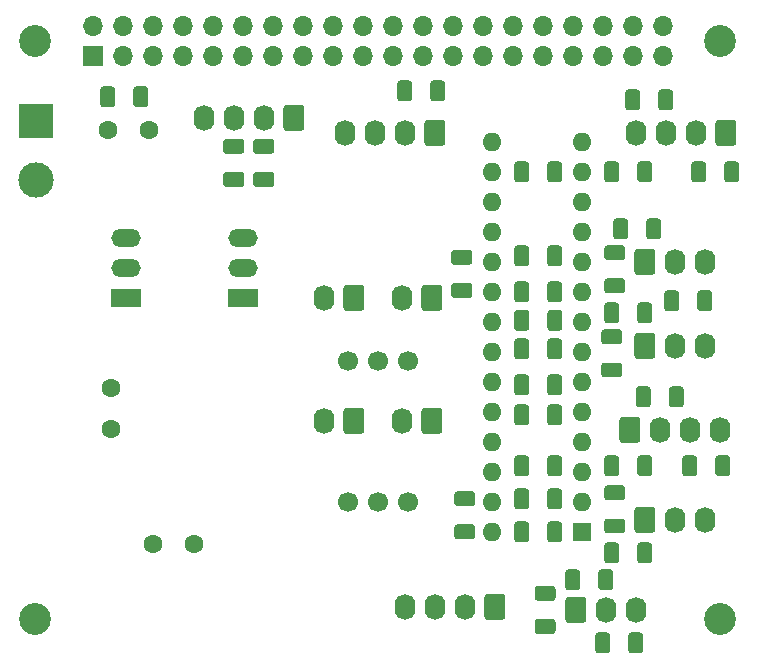
<source format=gbs>
G04 #@! TF.GenerationSoftware,KiCad,Pcbnew,5.1.2-f72e74a~84~ubuntu18.04.1*
G04 #@! TF.CreationDate,2019-08-12T01:15:30+02:00*
G04 #@! TF.ProjectId,RPI_Peripheral_Expander,5250495f-5065-4726-9970-686572616c5f,rev?*
G04 #@! TF.SameCoordinates,Original*
G04 #@! TF.FileFunction,Soldermask,Bot*
G04 #@! TF.FilePolarity,Negative*
%FSLAX46Y46*%
G04 Gerber Fmt 4.6, Leading zero omitted, Abs format (unit mm)*
G04 Created by KiCad (PCBNEW 5.1.2-f72e74a~84~ubuntu18.04.1) date 2019-08-12 01:15:30*
%MOMM*%
%LPD*%
G04 APERTURE LIST*
%ADD10C,0.150000*%
%ADD11C,1.250000*%
%ADD12O,1.740000X2.200000*%
%ADD13C,1.740000*%
%ADD14R,1.700000X1.700000*%
%ADD15O,1.700000X1.700000*%
%ADD16C,2.700000*%
%ADD17C,1.600000*%
%ADD18R,3.000000X3.000000*%
%ADD19C,3.000000*%
%ADD20R,2.500000X1.500000*%
%ADD21O,2.500000X1.500000*%
%ADD22C,1.700000*%
%ADD23R,1.600000X1.600000*%
%ADD24O,1.600000X1.600000*%
G04 APERTURE END LIST*
D10*
G36*
X247897504Y-114836204D02*
G01*
X247921773Y-114839804D01*
X247945571Y-114845765D01*
X247968671Y-114854030D01*
X247990849Y-114864520D01*
X248011893Y-114877133D01*
X248031598Y-114891747D01*
X248049777Y-114908223D01*
X248066253Y-114926402D01*
X248080867Y-114946107D01*
X248093480Y-114967151D01*
X248103970Y-114989329D01*
X248112235Y-115012429D01*
X248118196Y-115036227D01*
X248121796Y-115060496D01*
X248123000Y-115085000D01*
X248123000Y-116335000D01*
X248121796Y-116359504D01*
X248118196Y-116383773D01*
X248112235Y-116407571D01*
X248103970Y-116430671D01*
X248093480Y-116452849D01*
X248080867Y-116473893D01*
X248066253Y-116493598D01*
X248049777Y-116511777D01*
X248031598Y-116528253D01*
X248011893Y-116542867D01*
X247990849Y-116555480D01*
X247968671Y-116565970D01*
X247945571Y-116574235D01*
X247921773Y-116580196D01*
X247897504Y-116583796D01*
X247873000Y-116585000D01*
X247123000Y-116585000D01*
X247098496Y-116583796D01*
X247074227Y-116580196D01*
X247050429Y-116574235D01*
X247027329Y-116565970D01*
X247005151Y-116555480D01*
X246984107Y-116542867D01*
X246964402Y-116528253D01*
X246946223Y-116511777D01*
X246929747Y-116493598D01*
X246915133Y-116473893D01*
X246902520Y-116452849D01*
X246892030Y-116430671D01*
X246883765Y-116407571D01*
X246877804Y-116383773D01*
X246874204Y-116359504D01*
X246873000Y-116335000D01*
X246873000Y-115085000D01*
X246874204Y-115060496D01*
X246877804Y-115036227D01*
X246883765Y-115012429D01*
X246892030Y-114989329D01*
X246902520Y-114967151D01*
X246915133Y-114946107D01*
X246929747Y-114926402D01*
X246946223Y-114908223D01*
X246964402Y-114891747D01*
X246984107Y-114877133D01*
X247005151Y-114864520D01*
X247027329Y-114854030D01*
X247050429Y-114845765D01*
X247074227Y-114839804D01*
X247098496Y-114836204D01*
X247123000Y-114835000D01*
X247873000Y-114835000D01*
X247897504Y-114836204D01*
X247897504Y-114836204D01*
G37*
D11*
X247498000Y-115710000D03*
D10*
G36*
X245097504Y-114836204D02*
G01*
X245121773Y-114839804D01*
X245145571Y-114845765D01*
X245168671Y-114854030D01*
X245190849Y-114864520D01*
X245211893Y-114877133D01*
X245231598Y-114891747D01*
X245249777Y-114908223D01*
X245266253Y-114926402D01*
X245280867Y-114946107D01*
X245293480Y-114967151D01*
X245303970Y-114989329D01*
X245312235Y-115012429D01*
X245318196Y-115036227D01*
X245321796Y-115060496D01*
X245323000Y-115085000D01*
X245323000Y-116335000D01*
X245321796Y-116359504D01*
X245318196Y-116383773D01*
X245312235Y-116407571D01*
X245303970Y-116430671D01*
X245293480Y-116452849D01*
X245280867Y-116473893D01*
X245266253Y-116493598D01*
X245249777Y-116511777D01*
X245231598Y-116528253D01*
X245211893Y-116542867D01*
X245190849Y-116555480D01*
X245168671Y-116565970D01*
X245145571Y-116574235D01*
X245121773Y-116580196D01*
X245097504Y-116583796D01*
X245073000Y-116585000D01*
X244323000Y-116585000D01*
X244298496Y-116583796D01*
X244274227Y-116580196D01*
X244250429Y-116574235D01*
X244227329Y-116565970D01*
X244205151Y-116555480D01*
X244184107Y-116542867D01*
X244164402Y-116528253D01*
X244146223Y-116511777D01*
X244129747Y-116493598D01*
X244115133Y-116473893D01*
X244102520Y-116452849D01*
X244092030Y-116430671D01*
X244083765Y-116407571D01*
X244077804Y-116383773D01*
X244074204Y-116359504D01*
X244073000Y-116335000D01*
X244073000Y-115085000D01*
X244074204Y-115060496D01*
X244077804Y-115036227D01*
X244083765Y-115012429D01*
X244092030Y-114989329D01*
X244102520Y-114967151D01*
X244115133Y-114946107D01*
X244129747Y-114926402D01*
X244146223Y-114908223D01*
X244164402Y-114891747D01*
X244184107Y-114877133D01*
X244205151Y-114864520D01*
X244227329Y-114854030D01*
X244250429Y-114845765D01*
X244274227Y-114839804D01*
X244298496Y-114836204D01*
X244323000Y-114835000D01*
X245073000Y-114835000D01*
X245097504Y-114836204D01*
X245097504Y-114836204D01*
G37*
D11*
X244698000Y-115710000D03*
D12*
X260198000Y-116218000D03*
X257658000Y-116218000D03*
D10*
G36*
X255762505Y-115119204D02*
G01*
X255786773Y-115122804D01*
X255810572Y-115128765D01*
X255833671Y-115137030D01*
X255855850Y-115147520D01*
X255876893Y-115160132D01*
X255896599Y-115174747D01*
X255914777Y-115191223D01*
X255931253Y-115209401D01*
X255945868Y-115229107D01*
X255958480Y-115250150D01*
X255968970Y-115272329D01*
X255977235Y-115295428D01*
X255983196Y-115319227D01*
X255986796Y-115343495D01*
X255988000Y-115367999D01*
X255988000Y-117068001D01*
X255986796Y-117092505D01*
X255983196Y-117116773D01*
X255977235Y-117140572D01*
X255968970Y-117163671D01*
X255958480Y-117185850D01*
X255945868Y-117206893D01*
X255931253Y-117226599D01*
X255914777Y-117244777D01*
X255896599Y-117261253D01*
X255876893Y-117275868D01*
X255855850Y-117288480D01*
X255833671Y-117298970D01*
X255810572Y-117307235D01*
X255786773Y-117313196D01*
X255762505Y-117316796D01*
X255738001Y-117318000D01*
X254497999Y-117318000D01*
X254473495Y-117316796D01*
X254449227Y-117313196D01*
X254425428Y-117307235D01*
X254402329Y-117298970D01*
X254380150Y-117288480D01*
X254359107Y-117275868D01*
X254339401Y-117261253D01*
X254321223Y-117244777D01*
X254304747Y-117226599D01*
X254290132Y-117206893D01*
X254277520Y-117185850D01*
X254267030Y-117163671D01*
X254258765Y-117140572D01*
X254252804Y-117116773D01*
X254249204Y-117092505D01*
X254248000Y-117068001D01*
X254248000Y-115367999D01*
X254249204Y-115343495D01*
X254252804Y-115319227D01*
X254258765Y-115295428D01*
X254267030Y-115272329D01*
X254277520Y-115250150D01*
X254290132Y-115229107D01*
X254304747Y-115209401D01*
X254321223Y-115191223D01*
X254339401Y-115174747D01*
X254359107Y-115160132D01*
X254380150Y-115147520D01*
X254402329Y-115137030D01*
X254425428Y-115128765D01*
X254449227Y-115122804D01*
X254473495Y-115119204D01*
X254497999Y-115118000D01*
X255738001Y-115118000D01*
X255762505Y-115119204D01*
X255762505Y-115119204D01*
G37*
D13*
X255118000Y-116218000D03*
D12*
X234544000Y-119266000D03*
D10*
G36*
X237728505Y-118167204D02*
G01*
X237752773Y-118170804D01*
X237776572Y-118176765D01*
X237799671Y-118185030D01*
X237821850Y-118195520D01*
X237842893Y-118208132D01*
X237862599Y-118222747D01*
X237880777Y-118239223D01*
X237897253Y-118257401D01*
X237911868Y-118277107D01*
X237924480Y-118298150D01*
X237934970Y-118320329D01*
X237943235Y-118343428D01*
X237949196Y-118367227D01*
X237952796Y-118391495D01*
X237954000Y-118415999D01*
X237954000Y-120116001D01*
X237952796Y-120140505D01*
X237949196Y-120164773D01*
X237943235Y-120188572D01*
X237934970Y-120211671D01*
X237924480Y-120233850D01*
X237911868Y-120254893D01*
X237897253Y-120274599D01*
X237880777Y-120292777D01*
X237862599Y-120309253D01*
X237842893Y-120323868D01*
X237821850Y-120336480D01*
X237799671Y-120346970D01*
X237776572Y-120355235D01*
X237752773Y-120361196D01*
X237728505Y-120364796D01*
X237704001Y-120366000D01*
X236463999Y-120366000D01*
X236439495Y-120364796D01*
X236415227Y-120361196D01*
X236391428Y-120355235D01*
X236368329Y-120346970D01*
X236346150Y-120336480D01*
X236325107Y-120323868D01*
X236305401Y-120309253D01*
X236287223Y-120292777D01*
X236270747Y-120274599D01*
X236256132Y-120254893D01*
X236243520Y-120233850D01*
X236233030Y-120211671D01*
X236224765Y-120188572D01*
X236218804Y-120164773D01*
X236215204Y-120140505D01*
X236214000Y-120116001D01*
X236214000Y-118415999D01*
X236215204Y-118391495D01*
X236218804Y-118367227D01*
X236224765Y-118343428D01*
X236233030Y-118320329D01*
X236243520Y-118298150D01*
X236256132Y-118277107D01*
X236270747Y-118257401D01*
X236287223Y-118239223D01*
X236305401Y-118222747D01*
X236325107Y-118208132D01*
X236346150Y-118195520D01*
X236368329Y-118185030D01*
X236391428Y-118176765D01*
X236415227Y-118170804D01*
X236439495Y-118167204D01*
X236463999Y-118166000D01*
X237704001Y-118166000D01*
X237728505Y-118167204D01*
X237728505Y-118167204D01*
G37*
D13*
X237084000Y-119266000D03*
D14*
X208370000Y-98770000D03*
D15*
X208370000Y-96230000D03*
X210910000Y-98770000D03*
X210910000Y-96230000D03*
X213450000Y-98770000D03*
X213450000Y-96230000D03*
X215990000Y-98770000D03*
X215990000Y-96230000D03*
X218530000Y-98770000D03*
X218530000Y-96230000D03*
X221070000Y-98770000D03*
X221070000Y-96230000D03*
X223610000Y-98770000D03*
X223610000Y-96230000D03*
X226150000Y-98770000D03*
X226150000Y-96230000D03*
X228690000Y-98770000D03*
X228690000Y-96230000D03*
X231230000Y-98770000D03*
X231230000Y-96230000D03*
X233770000Y-98770000D03*
X233770000Y-96230000D03*
X236310000Y-98770000D03*
X236310000Y-96230000D03*
X238850000Y-98770000D03*
X238850000Y-96230000D03*
X241390000Y-98770000D03*
X241390000Y-96230000D03*
X243930000Y-98770000D03*
X243930000Y-96230000D03*
X246470000Y-98770000D03*
X246470000Y-96230000D03*
X249010000Y-98770000D03*
X249010000Y-96230000D03*
X251550000Y-98770000D03*
X251550000Y-96230000D03*
X254090000Y-98770000D03*
X254090000Y-96230000D03*
X256630000Y-98770000D03*
X256630000Y-96230000D03*
D16*
X261500000Y-146500000D03*
X203500000Y-146500000D03*
X261500000Y-97500000D03*
X203500000Y-97500000D03*
D17*
X209906000Y-130386000D03*
X209906000Y-126886000D03*
D10*
G36*
X240273504Y-115210204D02*
G01*
X240297773Y-115213804D01*
X240321571Y-115219765D01*
X240344671Y-115228030D01*
X240366849Y-115238520D01*
X240387893Y-115251133D01*
X240407598Y-115265747D01*
X240425777Y-115282223D01*
X240442253Y-115300402D01*
X240456867Y-115320107D01*
X240469480Y-115341151D01*
X240479970Y-115363329D01*
X240488235Y-115386429D01*
X240494196Y-115410227D01*
X240497796Y-115434496D01*
X240499000Y-115459000D01*
X240499000Y-116209000D01*
X240497796Y-116233504D01*
X240494196Y-116257773D01*
X240488235Y-116281571D01*
X240479970Y-116304671D01*
X240469480Y-116326849D01*
X240456867Y-116347893D01*
X240442253Y-116367598D01*
X240425777Y-116385777D01*
X240407598Y-116402253D01*
X240387893Y-116416867D01*
X240366849Y-116429480D01*
X240344671Y-116439970D01*
X240321571Y-116448235D01*
X240297773Y-116454196D01*
X240273504Y-116457796D01*
X240249000Y-116459000D01*
X238999000Y-116459000D01*
X238974496Y-116457796D01*
X238950227Y-116454196D01*
X238926429Y-116448235D01*
X238903329Y-116439970D01*
X238881151Y-116429480D01*
X238860107Y-116416867D01*
X238840402Y-116402253D01*
X238822223Y-116385777D01*
X238805747Y-116367598D01*
X238791133Y-116347893D01*
X238778520Y-116326849D01*
X238768030Y-116304671D01*
X238759765Y-116281571D01*
X238753804Y-116257773D01*
X238750204Y-116233504D01*
X238749000Y-116209000D01*
X238749000Y-115459000D01*
X238750204Y-115434496D01*
X238753804Y-115410227D01*
X238759765Y-115386429D01*
X238768030Y-115363329D01*
X238778520Y-115341151D01*
X238791133Y-115320107D01*
X238805747Y-115300402D01*
X238822223Y-115282223D01*
X238840402Y-115265747D01*
X238860107Y-115251133D01*
X238881151Y-115238520D01*
X238903329Y-115228030D01*
X238926429Y-115219765D01*
X238950227Y-115213804D01*
X238974496Y-115210204D01*
X238999000Y-115209000D01*
X240249000Y-115209000D01*
X240273504Y-115210204D01*
X240273504Y-115210204D01*
G37*
D11*
X239624000Y-115834000D03*
D10*
G36*
X240273504Y-118010204D02*
G01*
X240297773Y-118013804D01*
X240321571Y-118019765D01*
X240344671Y-118028030D01*
X240366849Y-118038520D01*
X240387893Y-118051133D01*
X240407598Y-118065747D01*
X240425777Y-118082223D01*
X240442253Y-118100402D01*
X240456867Y-118120107D01*
X240469480Y-118141151D01*
X240479970Y-118163329D01*
X240488235Y-118186429D01*
X240494196Y-118210227D01*
X240497796Y-118234496D01*
X240499000Y-118259000D01*
X240499000Y-119009000D01*
X240497796Y-119033504D01*
X240494196Y-119057773D01*
X240488235Y-119081571D01*
X240479970Y-119104671D01*
X240469480Y-119126849D01*
X240456867Y-119147893D01*
X240442253Y-119167598D01*
X240425777Y-119185777D01*
X240407598Y-119202253D01*
X240387893Y-119216867D01*
X240366849Y-119229480D01*
X240344671Y-119239970D01*
X240321571Y-119248235D01*
X240297773Y-119254196D01*
X240273504Y-119257796D01*
X240249000Y-119259000D01*
X238999000Y-119259000D01*
X238974496Y-119257796D01*
X238950227Y-119254196D01*
X238926429Y-119248235D01*
X238903329Y-119239970D01*
X238881151Y-119229480D01*
X238860107Y-119216867D01*
X238840402Y-119202253D01*
X238822223Y-119185777D01*
X238805747Y-119167598D01*
X238791133Y-119147893D01*
X238778520Y-119126849D01*
X238768030Y-119104671D01*
X238759765Y-119081571D01*
X238753804Y-119057773D01*
X238750204Y-119033504D01*
X238749000Y-119009000D01*
X238749000Y-118259000D01*
X238750204Y-118234496D01*
X238753804Y-118210227D01*
X238759765Y-118186429D01*
X238768030Y-118163329D01*
X238778520Y-118141151D01*
X238791133Y-118120107D01*
X238805747Y-118100402D01*
X238822223Y-118082223D01*
X238840402Y-118065747D01*
X238860107Y-118051133D01*
X238881151Y-118038520D01*
X238903329Y-118028030D01*
X238926429Y-118019765D01*
X238950227Y-118013804D01*
X238974496Y-118010204D01*
X238999000Y-118009000D01*
X240249000Y-118009000D01*
X240273504Y-118010204D01*
X240273504Y-118010204D01*
G37*
D11*
X239624000Y-118634000D03*
D17*
X213462000Y-140094000D03*
X216962000Y-140094000D03*
D10*
G36*
X235191504Y-100866204D02*
G01*
X235215773Y-100869804D01*
X235239571Y-100875765D01*
X235262671Y-100884030D01*
X235284849Y-100894520D01*
X235305893Y-100907133D01*
X235325598Y-100921747D01*
X235343777Y-100938223D01*
X235360253Y-100956402D01*
X235374867Y-100976107D01*
X235387480Y-100997151D01*
X235397970Y-101019329D01*
X235406235Y-101042429D01*
X235412196Y-101066227D01*
X235415796Y-101090496D01*
X235417000Y-101115000D01*
X235417000Y-102365000D01*
X235415796Y-102389504D01*
X235412196Y-102413773D01*
X235406235Y-102437571D01*
X235397970Y-102460671D01*
X235387480Y-102482849D01*
X235374867Y-102503893D01*
X235360253Y-102523598D01*
X235343777Y-102541777D01*
X235325598Y-102558253D01*
X235305893Y-102572867D01*
X235284849Y-102585480D01*
X235262671Y-102595970D01*
X235239571Y-102604235D01*
X235215773Y-102610196D01*
X235191504Y-102613796D01*
X235167000Y-102615000D01*
X234417000Y-102615000D01*
X234392496Y-102613796D01*
X234368227Y-102610196D01*
X234344429Y-102604235D01*
X234321329Y-102595970D01*
X234299151Y-102585480D01*
X234278107Y-102572867D01*
X234258402Y-102558253D01*
X234240223Y-102541777D01*
X234223747Y-102523598D01*
X234209133Y-102503893D01*
X234196520Y-102482849D01*
X234186030Y-102460671D01*
X234177765Y-102437571D01*
X234171804Y-102413773D01*
X234168204Y-102389504D01*
X234167000Y-102365000D01*
X234167000Y-101115000D01*
X234168204Y-101090496D01*
X234171804Y-101066227D01*
X234177765Y-101042429D01*
X234186030Y-101019329D01*
X234196520Y-100997151D01*
X234209133Y-100976107D01*
X234223747Y-100956402D01*
X234240223Y-100938223D01*
X234258402Y-100921747D01*
X234278107Y-100907133D01*
X234299151Y-100894520D01*
X234321329Y-100884030D01*
X234344429Y-100875765D01*
X234368227Y-100869804D01*
X234392496Y-100866204D01*
X234417000Y-100865000D01*
X235167000Y-100865000D01*
X235191504Y-100866204D01*
X235191504Y-100866204D01*
G37*
D11*
X234792000Y-101740000D03*
D10*
G36*
X237991504Y-100866204D02*
G01*
X238015773Y-100869804D01*
X238039571Y-100875765D01*
X238062671Y-100884030D01*
X238084849Y-100894520D01*
X238105893Y-100907133D01*
X238125598Y-100921747D01*
X238143777Y-100938223D01*
X238160253Y-100956402D01*
X238174867Y-100976107D01*
X238187480Y-100997151D01*
X238197970Y-101019329D01*
X238206235Y-101042429D01*
X238212196Y-101066227D01*
X238215796Y-101090496D01*
X238217000Y-101115000D01*
X238217000Y-102365000D01*
X238215796Y-102389504D01*
X238212196Y-102413773D01*
X238206235Y-102437571D01*
X238197970Y-102460671D01*
X238187480Y-102482849D01*
X238174867Y-102503893D01*
X238160253Y-102523598D01*
X238143777Y-102541777D01*
X238125598Y-102558253D01*
X238105893Y-102572867D01*
X238084849Y-102585480D01*
X238062671Y-102595970D01*
X238039571Y-102604235D01*
X238015773Y-102610196D01*
X237991504Y-102613796D01*
X237967000Y-102615000D01*
X237217000Y-102615000D01*
X237192496Y-102613796D01*
X237168227Y-102610196D01*
X237144429Y-102604235D01*
X237121329Y-102595970D01*
X237099151Y-102585480D01*
X237078107Y-102572867D01*
X237058402Y-102558253D01*
X237040223Y-102541777D01*
X237023747Y-102523598D01*
X237009133Y-102503893D01*
X236996520Y-102482849D01*
X236986030Y-102460671D01*
X236977765Y-102437571D01*
X236971804Y-102413773D01*
X236968204Y-102389504D01*
X236967000Y-102365000D01*
X236967000Y-101115000D01*
X236968204Y-101090496D01*
X236971804Y-101066227D01*
X236977765Y-101042429D01*
X236986030Y-101019329D01*
X236996520Y-100997151D01*
X237009133Y-100976107D01*
X237023747Y-100956402D01*
X237040223Y-100938223D01*
X237058402Y-100921747D01*
X237078107Y-100907133D01*
X237099151Y-100894520D01*
X237121329Y-100884030D01*
X237144429Y-100875765D01*
X237168227Y-100869804D01*
X237192496Y-100866204D01*
X237217000Y-100865000D01*
X237967000Y-100865000D01*
X237991504Y-100866204D01*
X237991504Y-100866204D01*
G37*
D11*
X237592000Y-101740000D03*
D10*
G36*
X247897504Y-107724204D02*
G01*
X247921773Y-107727804D01*
X247945571Y-107733765D01*
X247968671Y-107742030D01*
X247990849Y-107752520D01*
X248011893Y-107765133D01*
X248031598Y-107779747D01*
X248049777Y-107796223D01*
X248066253Y-107814402D01*
X248080867Y-107834107D01*
X248093480Y-107855151D01*
X248103970Y-107877329D01*
X248112235Y-107900429D01*
X248118196Y-107924227D01*
X248121796Y-107948496D01*
X248123000Y-107973000D01*
X248123000Y-109223000D01*
X248121796Y-109247504D01*
X248118196Y-109271773D01*
X248112235Y-109295571D01*
X248103970Y-109318671D01*
X248093480Y-109340849D01*
X248080867Y-109361893D01*
X248066253Y-109381598D01*
X248049777Y-109399777D01*
X248031598Y-109416253D01*
X248011893Y-109430867D01*
X247990849Y-109443480D01*
X247968671Y-109453970D01*
X247945571Y-109462235D01*
X247921773Y-109468196D01*
X247897504Y-109471796D01*
X247873000Y-109473000D01*
X247123000Y-109473000D01*
X247098496Y-109471796D01*
X247074227Y-109468196D01*
X247050429Y-109462235D01*
X247027329Y-109453970D01*
X247005151Y-109443480D01*
X246984107Y-109430867D01*
X246964402Y-109416253D01*
X246946223Y-109399777D01*
X246929747Y-109381598D01*
X246915133Y-109361893D01*
X246902520Y-109340849D01*
X246892030Y-109318671D01*
X246883765Y-109295571D01*
X246877804Y-109271773D01*
X246874204Y-109247504D01*
X246873000Y-109223000D01*
X246873000Y-107973000D01*
X246874204Y-107948496D01*
X246877804Y-107924227D01*
X246883765Y-107900429D01*
X246892030Y-107877329D01*
X246902520Y-107855151D01*
X246915133Y-107834107D01*
X246929747Y-107814402D01*
X246946223Y-107796223D01*
X246964402Y-107779747D01*
X246984107Y-107765133D01*
X247005151Y-107752520D01*
X247027329Y-107742030D01*
X247050429Y-107733765D01*
X247074227Y-107727804D01*
X247098496Y-107724204D01*
X247123000Y-107723000D01*
X247873000Y-107723000D01*
X247897504Y-107724204D01*
X247897504Y-107724204D01*
G37*
D11*
X247498000Y-108598000D03*
D10*
G36*
X245097504Y-107724204D02*
G01*
X245121773Y-107727804D01*
X245145571Y-107733765D01*
X245168671Y-107742030D01*
X245190849Y-107752520D01*
X245211893Y-107765133D01*
X245231598Y-107779747D01*
X245249777Y-107796223D01*
X245266253Y-107814402D01*
X245280867Y-107834107D01*
X245293480Y-107855151D01*
X245303970Y-107877329D01*
X245312235Y-107900429D01*
X245318196Y-107924227D01*
X245321796Y-107948496D01*
X245323000Y-107973000D01*
X245323000Y-109223000D01*
X245321796Y-109247504D01*
X245318196Y-109271773D01*
X245312235Y-109295571D01*
X245303970Y-109318671D01*
X245293480Y-109340849D01*
X245280867Y-109361893D01*
X245266253Y-109381598D01*
X245249777Y-109399777D01*
X245231598Y-109416253D01*
X245211893Y-109430867D01*
X245190849Y-109443480D01*
X245168671Y-109453970D01*
X245145571Y-109462235D01*
X245121773Y-109468196D01*
X245097504Y-109471796D01*
X245073000Y-109473000D01*
X244323000Y-109473000D01*
X244298496Y-109471796D01*
X244274227Y-109468196D01*
X244250429Y-109462235D01*
X244227329Y-109453970D01*
X244205151Y-109443480D01*
X244184107Y-109430867D01*
X244164402Y-109416253D01*
X244146223Y-109399777D01*
X244129747Y-109381598D01*
X244115133Y-109361893D01*
X244102520Y-109340849D01*
X244092030Y-109318671D01*
X244083765Y-109295571D01*
X244077804Y-109271773D01*
X244074204Y-109247504D01*
X244073000Y-109223000D01*
X244073000Y-107973000D01*
X244074204Y-107948496D01*
X244077804Y-107924227D01*
X244083765Y-107900429D01*
X244092030Y-107877329D01*
X244102520Y-107855151D01*
X244115133Y-107834107D01*
X244129747Y-107814402D01*
X244146223Y-107796223D01*
X244164402Y-107779747D01*
X244184107Y-107765133D01*
X244205151Y-107752520D01*
X244227329Y-107742030D01*
X244250429Y-107733765D01*
X244274227Y-107727804D01*
X244298496Y-107724204D01*
X244323000Y-107723000D01*
X245073000Y-107723000D01*
X245097504Y-107724204D01*
X245097504Y-107724204D01*
G37*
D11*
X244698000Y-108598000D03*
D10*
G36*
X240527504Y-138454204D02*
G01*
X240551773Y-138457804D01*
X240575571Y-138463765D01*
X240598671Y-138472030D01*
X240620849Y-138482520D01*
X240641893Y-138495133D01*
X240661598Y-138509747D01*
X240679777Y-138526223D01*
X240696253Y-138544402D01*
X240710867Y-138564107D01*
X240723480Y-138585151D01*
X240733970Y-138607329D01*
X240742235Y-138630429D01*
X240748196Y-138654227D01*
X240751796Y-138678496D01*
X240753000Y-138703000D01*
X240753000Y-139453000D01*
X240751796Y-139477504D01*
X240748196Y-139501773D01*
X240742235Y-139525571D01*
X240733970Y-139548671D01*
X240723480Y-139570849D01*
X240710867Y-139591893D01*
X240696253Y-139611598D01*
X240679777Y-139629777D01*
X240661598Y-139646253D01*
X240641893Y-139660867D01*
X240620849Y-139673480D01*
X240598671Y-139683970D01*
X240575571Y-139692235D01*
X240551773Y-139698196D01*
X240527504Y-139701796D01*
X240503000Y-139703000D01*
X239253000Y-139703000D01*
X239228496Y-139701796D01*
X239204227Y-139698196D01*
X239180429Y-139692235D01*
X239157329Y-139683970D01*
X239135151Y-139673480D01*
X239114107Y-139660867D01*
X239094402Y-139646253D01*
X239076223Y-139629777D01*
X239059747Y-139611598D01*
X239045133Y-139591893D01*
X239032520Y-139570849D01*
X239022030Y-139548671D01*
X239013765Y-139525571D01*
X239007804Y-139501773D01*
X239004204Y-139477504D01*
X239003000Y-139453000D01*
X239003000Y-138703000D01*
X239004204Y-138678496D01*
X239007804Y-138654227D01*
X239013765Y-138630429D01*
X239022030Y-138607329D01*
X239032520Y-138585151D01*
X239045133Y-138564107D01*
X239059747Y-138544402D01*
X239076223Y-138526223D01*
X239094402Y-138509747D01*
X239114107Y-138495133D01*
X239135151Y-138482520D01*
X239157329Y-138472030D01*
X239180429Y-138463765D01*
X239204227Y-138457804D01*
X239228496Y-138454204D01*
X239253000Y-138453000D01*
X240503000Y-138453000D01*
X240527504Y-138454204D01*
X240527504Y-138454204D01*
G37*
D11*
X239878000Y-139078000D03*
D10*
G36*
X240527504Y-135654204D02*
G01*
X240551773Y-135657804D01*
X240575571Y-135663765D01*
X240598671Y-135672030D01*
X240620849Y-135682520D01*
X240641893Y-135695133D01*
X240661598Y-135709747D01*
X240679777Y-135726223D01*
X240696253Y-135744402D01*
X240710867Y-135764107D01*
X240723480Y-135785151D01*
X240733970Y-135807329D01*
X240742235Y-135830429D01*
X240748196Y-135854227D01*
X240751796Y-135878496D01*
X240753000Y-135903000D01*
X240753000Y-136653000D01*
X240751796Y-136677504D01*
X240748196Y-136701773D01*
X240742235Y-136725571D01*
X240733970Y-136748671D01*
X240723480Y-136770849D01*
X240710867Y-136791893D01*
X240696253Y-136811598D01*
X240679777Y-136829777D01*
X240661598Y-136846253D01*
X240641893Y-136860867D01*
X240620849Y-136873480D01*
X240598671Y-136883970D01*
X240575571Y-136892235D01*
X240551773Y-136898196D01*
X240527504Y-136901796D01*
X240503000Y-136903000D01*
X239253000Y-136903000D01*
X239228496Y-136901796D01*
X239204227Y-136898196D01*
X239180429Y-136892235D01*
X239157329Y-136883970D01*
X239135151Y-136873480D01*
X239114107Y-136860867D01*
X239094402Y-136846253D01*
X239076223Y-136829777D01*
X239059747Y-136811598D01*
X239045133Y-136791893D01*
X239032520Y-136770849D01*
X239022030Y-136748671D01*
X239013765Y-136725571D01*
X239007804Y-136701773D01*
X239004204Y-136677504D01*
X239003000Y-136653000D01*
X239003000Y-135903000D01*
X239004204Y-135878496D01*
X239007804Y-135854227D01*
X239013765Y-135830429D01*
X239022030Y-135807329D01*
X239032520Y-135785151D01*
X239045133Y-135764107D01*
X239059747Y-135744402D01*
X239076223Y-135726223D01*
X239094402Y-135709747D01*
X239114107Y-135695133D01*
X239135151Y-135682520D01*
X239157329Y-135672030D01*
X239180429Y-135663765D01*
X239204227Y-135657804D01*
X239228496Y-135654204D01*
X239253000Y-135653000D01*
X240503000Y-135653000D01*
X240527504Y-135654204D01*
X240527504Y-135654204D01*
G37*
D11*
X239878000Y-136278000D03*
D10*
G36*
X254755504Y-147602204D02*
G01*
X254779773Y-147605804D01*
X254803571Y-147611765D01*
X254826671Y-147620030D01*
X254848849Y-147630520D01*
X254869893Y-147643133D01*
X254889598Y-147657747D01*
X254907777Y-147674223D01*
X254924253Y-147692402D01*
X254938867Y-147712107D01*
X254951480Y-147733151D01*
X254961970Y-147755329D01*
X254970235Y-147778429D01*
X254976196Y-147802227D01*
X254979796Y-147826496D01*
X254981000Y-147851000D01*
X254981000Y-149101000D01*
X254979796Y-149125504D01*
X254976196Y-149149773D01*
X254970235Y-149173571D01*
X254961970Y-149196671D01*
X254951480Y-149218849D01*
X254938867Y-149239893D01*
X254924253Y-149259598D01*
X254907777Y-149277777D01*
X254889598Y-149294253D01*
X254869893Y-149308867D01*
X254848849Y-149321480D01*
X254826671Y-149331970D01*
X254803571Y-149340235D01*
X254779773Y-149346196D01*
X254755504Y-149349796D01*
X254731000Y-149351000D01*
X253981000Y-149351000D01*
X253956496Y-149349796D01*
X253932227Y-149346196D01*
X253908429Y-149340235D01*
X253885329Y-149331970D01*
X253863151Y-149321480D01*
X253842107Y-149308867D01*
X253822402Y-149294253D01*
X253804223Y-149277777D01*
X253787747Y-149259598D01*
X253773133Y-149239893D01*
X253760520Y-149218849D01*
X253750030Y-149196671D01*
X253741765Y-149173571D01*
X253735804Y-149149773D01*
X253732204Y-149125504D01*
X253731000Y-149101000D01*
X253731000Y-147851000D01*
X253732204Y-147826496D01*
X253735804Y-147802227D01*
X253741765Y-147778429D01*
X253750030Y-147755329D01*
X253760520Y-147733151D01*
X253773133Y-147712107D01*
X253787747Y-147692402D01*
X253804223Y-147674223D01*
X253822402Y-147657747D01*
X253842107Y-147643133D01*
X253863151Y-147630520D01*
X253885329Y-147620030D01*
X253908429Y-147611765D01*
X253932227Y-147605804D01*
X253956496Y-147602204D01*
X253981000Y-147601000D01*
X254731000Y-147601000D01*
X254755504Y-147602204D01*
X254755504Y-147602204D01*
G37*
D11*
X254356000Y-148476000D03*
D10*
G36*
X251955504Y-147602204D02*
G01*
X251979773Y-147605804D01*
X252003571Y-147611765D01*
X252026671Y-147620030D01*
X252048849Y-147630520D01*
X252069893Y-147643133D01*
X252089598Y-147657747D01*
X252107777Y-147674223D01*
X252124253Y-147692402D01*
X252138867Y-147712107D01*
X252151480Y-147733151D01*
X252161970Y-147755329D01*
X252170235Y-147778429D01*
X252176196Y-147802227D01*
X252179796Y-147826496D01*
X252181000Y-147851000D01*
X252181000Y-149101000D01*
X252179796Y-149125504D01*
X252176196Y-149149773D01*
X252170235Y-149173571D01*
X252161970Y-149196671D01*
X252151480Y-149218849D01*
X252138867Y-149239893D01*
X252124253Y-149259598D01*
X252107777Y-149277777D01*
X252089598Y-149294253D01*
X252069893Y-149308867D01*
X252048849Y-149321480D01*
X252026671Y-149331970D01*
X252003571Y-149340235D01*
X251979773Y-149346196D01*
X251955504Y-149349796D01*
X251931000Y-149351000D01*
X251181000Y-149351000D01*
X251156496Y-149349796D01*
X251132227Y-149346196D01*
X251108429Y-149340235D01*
X251085329Y-149331970D01*
X251063151Y-149321480D01*
X251042107Y-149308867D01*
X251022402Y-149294253D01*
X251004223Y-149277777D01*
X250987747Y-149259598D01*
X250973133Y-149239893D01*
X250960520Y-149218849D01*
X250950030Y-149196671D01*
X250941765Y-149173571D01*
X250935804Y-149149773D01*
X250932204Y-149125504D01*
X250931000Y-149101000D01*
X250931000Y-147851000D01*
X250932204Y-147826496D01*
X250935804Y-147802227D01*
X250941765Y-147778429D01*
X250950030Y-147755329D01*
X250960520Y-147733151D01*
X250973133Y-147712107D01*
X250987747Y-147692402D01*
X251004223Y-147674223D01*
X251022402Y-147657747D01*
X251042107Y-147643133D01*
X251063151Y-147630520D01*
X251085329Y-147620030D01*
X251108429Y-147611765D01*
X251132227Y-147605804D01*
X251156496Y-147602204D01*
X251181000Y-147601000D01*
X251931000Y-147601000D01*
X251955504Y-147602204D01*
X251955504Y-147602204D01*
G37*
D11*
X251556000Y-148476000D03*
D10*
G36*
X245097504Y-135410204D02*
G01*
X245121773Y-135413804D01*
X245145571Y-135419765D01*
X245168671Y-135428030D01*
X245190849Y-135438520D01*
X245211893Y-135451133D01*
X245231598Y-135465747D01*
X245249777Y-135482223D01*
X245266253Y-135500402D01*
X245280867Y-135520107D01*
X245293480Y-135541151D01*
X245303970Y-135563329D01*
X245312235Y-135586429D01*
X245318196Y-135610227D01*
X245321796Y-135634496D01*
X245323000Y-135659000D01*
X245323000Y-136909000D01*
X245321796Y-136933504D01*
X245318196Y-136957773D01*
X245312235Y-136981571D01*
X245303970Y-137004671D01*
X245293480Y-137026849D01*
X245280867Y-137047893D01*
X245266253Y-137067598D01*
X245249777Y-137085777D01*
X245231598Y-137102253D01*
X245211893Y-137116867D01*
X245190849Y-137129480D01*
X245168671Y-137139970D01*
X245145571Y-137148235D01*
X245121773Y-137154196D01*
X245097504Y-137157796D01*
X245073000Y-137159000D01*
X244323000Y-137159000D01*
X244298496Y-137157796D01*
X244274227Y-137154196D01*
X244250429Y-137148235D01*
X244227329Y-137139970D01*
X244205151Y-137129480D01*
X244184107Y-137116867D01*
X244164402Y-137102253D01*
X244146223Y-137085777D01*
X244129747Y-137067598D01*
X244115133Y-137047893D01*
X244102520Y-137026849D01*
X244092030Y-137004671D01*
X244083765Y-136981571D01*
X244077804Y-136957773D01*
X244074204Y-136933504D01*
X244073000Y-136909000D01*
X244073000Y-135659000D01*
X244074204Y-135634496D01*
X244077804Y-135610227D01*
X244083765Y-135586429D01*
X244092030Y-135563329D01*
X244102520Y-135541151D01*
X244115133Y-135520107D01*
X244129747Y-135500402D01*
X244146223Y-135482223D01*
X244164402Y-135465747D01*
X244184107Y-135451133D01*
X244205151Y-135438520D01*
X244227329Y-135428030D01*
X244250429Y-135419765D01*
X244274227Y-135413804D01*
X244298496Y-135410204D01*
X244323000Y-135409000D01*
X245073000Y-135409000D01*
X245097504Y-135410204D01*
X245097504Y-135410204D01*
G37*
D11*
X244698000Y-136284000D03*
D10*
G36*
X247897504Y-135410204D02*
G01*
X247921773Y-135413804D01*
X247945571Y-135419765D01*
X247968671Y-135428030D01*
X247990849Y-135438520D01*
X248011893Y-135451133D01*
X248031598Y-135465747D01*
X248049777Y-135482223D01*
X248066253Y-135500402D01*
X248080867Y-135520107D01*
X248093480Y-135541151D01*
X248103970Y-135563329D01*
X248112235Y-135586429D01*
X248118196Y-135610227D01*
X248121796Y-135634496D01*
X248123000Y-135659000D01*
X248123000Y-136909000D01*
X248121796Y-136933504D01*
X248118196Y-136957773D01*
X248112235Y-136981571D01*
X248103970Y-137004671D01*
X248093480Y-137026849D01*
X248080867Y-137047893D01*
X248066253Y-137067598D01*
X248049777Y-137085777D01*
X248031598Y-137102253D01*
X248011893Y-137116867D01*
X247990849Y-137129480D01*
X247968671Y-137139970D01*
X247945571Y-137148235D01*
X247921773Y-137154196D01*
X247897504Y-137157796D01*
X247873000Y-137159000D01*
X247123000Y-137159000D01*
X247098496Y-137157796D01*
X247074227Y-137154196D01*
X247050429Y-137148235D01*
X247027329Y-137139970D01*
X247005151Y-137129480D01*
X246984107Y-137116867D01*
X246964402Y-137102253D01*
X246946223Y-137085777D01*
X246929747Y-137067598D01*
X246915133Y-137047893D01*
X246902520Y-137026849D01*
X246892030Y-137004671D01*
X246883765Y-136981571D01*
X246877804Y-136957773D01*
X246874204Y-136933504D01*
X246873000Y-136909000D01*
X246873000Y-135659000D01*
X246874204Y-135634496D01*
X246877804Y-135610227D01*
X246883765Y-135586429D01*
X246892030Y-135563329D01*
X246902520Y-135541151D01*
X246915133Y-135520107D01*
X246929747Y-135500402D01*
X246946223Y-135482223D01*
X246964402Y-135465747D01*
X246984107Y-135451133D01*
X247005151Y-135438520D01*
X247027329Y-135428030D01*
X247050429Y-135419765D01*
X247074227Y-135413804D01*
X247098496Y-135410204D01*
X247123000Y-135409000D01*
X247873000Y-135409000D01*
X247897504Y-135410204D01*
X247897504Y-135410204D01*
G37*
D11*
X247498000Y-136284000D03*
D10*
G36*
X247897504Y-132616204D02*
G01*
X247921773Y-132619804D01*
X247945571Y-132625765D01*
X247968671Y-132634030D01*
X247990849Y-132644520D01*
X248011893Y-132657133D01*
X248031598Y-132671747D01*
X248049777Y-132688223D01*
X248066253Y-132706402D01*
X248080867Y-132726107D01*
X248093480Y-132747151D01*
X248103970Y-132769329D01*
X248112235Y-132792429D01*
X248118196Y-132816227D01*
X248121796Y-132840496D01*
X248123000Y-132865000D01*
X248123000Y-134115000D01*
X248121796Y-134139504D01*
X248118196Y-134163773D01*
X248112235Y-134187571D01*
X248103970Y-134210671D01*
X248093480Y-134232849D01*
X248080867Y-134253893D01*
X248066253Y-134273598D01*
X248049777Y-134291777D01*
X248031598Y-134308253D01*
X248011893Y-134322867D01*
X247990849Y-134335480D01*
X247968671Y-134345970D01*
X247945571Y-134354235D01*
X247921773Y-134360196D01*
X247897504Y-134363796D01*
X247873000Y-134365000D01*
X247123000Y-134365000D01*
X247098496Y-134363796D01*
X247074227Y-134360196D01*
X247050429Y-134354235D01*
X247027329Y-134345970D01*
X247005151Y-134335480D01*
X246984107Y-134322867D01*
X246964402Y-134308253D01*
X246946223Y-134291777D01*
X246929747Y-134273598D01*
X246915133Y-134253893D01*
X246902520Y-134232849D01*
X246892030Y-134210671D01*
X246883765Y-134187571D01*
X246877804Y-134163773D01*
X246874204Y-134139504D01*
X246873000Y-134115000D01*
X246873000Y-132865000D01*
X246874204Y-132840496D01*
X246877804Y-132816227D01*
X246883765Y-132792429D01*
X246892030Y-132769329D01*
X246902520Y-132747151D01*
X246915133Y-132726107D01*
X246929747Y-132706402D01*
X246946223Y-132688223D01*
X246964402Y-132671747D01*
X246984107Y-132657133D01*
X247005151Y-132644520D01*
X247027329Y-132634030D01*
X247050429Y-132625765D01*
X247074227Y-132619804D01*
X247098496Y-132616204D01*
X247123000Y-132615000D01*
X247873000Y-132615000D01*
X247897504Y-132616204D01*
X247897504Y-132616204D01*
G37*
D11*
X247498000Y-133490000D03*
D10*
G36*
X245097504Y-132616204D02*
G01*
X245121773Y-132619804D01*
X245145571Y-132625765D01*
X245168671Y-132634030D01*
X245190849Y-132644520D01*
X245211893Y-132657133D01*
X245231598Y-132671747D01*
X245249777Y-132688223D01*
X245266253Y-132706402D01*
X245280867Y-132726107D01*
X245293480Y-132747151D01*
X245303970Y-132769329D01*
X245312235Y-132792429D01*
X245318196Y-132816227D01*
X245321796Y-132840496D01*
X245323000Y-132865000D01*
X245323000Y-134115000D01*
X245321796Y-134139504D01*
X245318196Y-134163773D01*
X245312235Y-134187571D01*
X245303970Y-134210671D01*
X245293480Y-134232849D01*
X245280867Y-134253893D01*
X245266253Y-134273598D01*
X245249777Y-134291777D01*
X245231598Y-134308253D01*
X245211893Y-134322867D01*
X245190849Y-134335480D01*
X245168671Y-134345970D01*
X245145571Y-134354235D01*
X245121773Y-134360196D01*
X245097504Y-134363796D01*
X245073000Y-134365000D01*
X244323000Y-134365000D01*
X244298496Y-134363796D01*
X244274227Y-134360196D01*
X244250429Y-134354235D01*
X244227329Y-134345970D01*
X244205151Y-134335480D01*
X244184107Y-134322867D01*
X244164402Y-134308253D01*
X244146223Y-134291777D01*
X244129747Y-134273598D01*
X244115133Y-134253893D01*
X244102520Y-134232849D01*
X244092030Y-134210671D01*
X244083765Y-134187571D01*
X244077804Y-134163773D01*
X244074204Y-134139504D01*
X244073000Y-134115000D01*
X244073000Y-132865000D01*
X244074204Y-132840496D01*
X244077804Y-132816227D01*
X244083765Y-132792429D01*
X244092030Y-132769329D01*
X244102520Y-132747151D01*
X244115133Y-132726107D01*
X244129747Y-132706402D01*
X244146223Y-132688223D01*
X244164402Y-132671747D01*
X244184107Y-132657133D01*
X244205151Y-132644520D01*
X244227329Y-132634030D01*
X244250429Y-132625765D01*
X244274227Y-132619804D01*
X244298496Y-132616204D01*
X244323000Y-132615000D01*
X245073000Y-132615000D01*
X245097504Y-132616204D01*
X245097504Y-132616204D01*
G37*
D11*
X244698000Y-133490000D03*
D10*
G36*
X247897504Y-117884204D02*
G01*
X247921773Y-117887804D01*
X247945571Y-117893765D01*
X247968671Y-117902030D01*
X247990849Y-117912520D01*
X248011893Y-117925133D01*
X248031598Y-117939747D01*
X248049777Y-117956223D01*
X248066253Y-117974402D01*
X248080867Y-117994107D01*
X248093480Y-118015151D01*
X248103970Y-118037329D01*
X248112235Y-118060429D01*
X248118196Y-118084227D01*
X248121796Y-118108496D01*
X248123000Y-118133000D01*
X248123000Y-119383000D01*
X248121796Y-119407504D01*
X248118196Y-119431773D01*
X248112235Y-119455571D01*
X248103970Y-119478671D01*
X248093480Y-119500849D01*
X248080867Y-119521893D01*
X248066253Y-119541598D01*
X248049777Y-119559777D01*
X248031598Y-119576253D01*
X248011893Y-119590867D01*
X247990849Y-119603480D01*
X247968671Y-119613970D01*
X247945571Y-119622235D01*
X247921773Y-119628196D01*
X247897504Y-119631796D01*
X247873000Y-119633000D01*
X247123000Y-119633000D01*
X247098496Y-119631796D01*
X247074227Y-119628196D01*
X247050429Y-119622235D01*
X247027329Y-119613970D01*
X247005151Y-119603480D01*
X246984107Y-119590867D01*
X246964402Y-119576253D01*
X246946223Y-119559777D01*
X246929747Y-119541598D01*
X246915133Y-119521893D01*
X246902520Y-119500849D01*
X246892030Y-119478671D01*
X246883765Y-119455571D01*
X246877804Y-119431773D01*
X246874204Y-119407504D01*
X246873000Y-119383000D01*
X246873000Y-118133000D01*
X246874204Y-118108496D01*
X246877804Y-118084227D01*
X246883765Y-118060429D01*
X246892030Y-118037329D01*
X246902520Y-118015151D01*
X246915133Y-117994107D01*
X246929747Y-117974402D01*
X246946223Y-117956223D01*
X246964402Y-117939747D01*
X246984107Y-117925133D01*
X247005151Y-117912520D01*
X247027329Y-117902030D01*
X247050429Y-117893765D01*
X247074227Y-117887804D01*
X247098496Y-117884204D01*
X247123000Y-117883000D01*
X247873000Y-117883000D01*
X247897504Y-117884204D01*
X247897504Y-117884204D01*
G37*
D11*
X247498000Y-118758000D03*
D10*
G36*
X245097504Y-117884204D02*
G01*
X245121773Y-117887804D01*
X245145571Y-117893765D01*
X245168671Y-117902030D01*
X245190849Y-117912520D01*
X245211893Y-117925133D01*
X245231598Y-117939747D01*
X245249777Y-117956223D01*
X245266253Y-117974402D01*
X245280867Y-117994107D01*
X245293480Y-118015151D01*
X245303970Y-118037329D01*
X245312235Y-118060429D01*
X245318196Y-118084227D01*
X245321796Y-118108496D01*
X245323000Y-118133000D01*
X245323000Y-119383000D01*
X245321796Y-119407504D01*
X245318196Y-119431773D01*
X245312235Y-119455571D01*
X245303970Y-119478671D01*
X245293480Y-119500849D01*
X245280867Y-119521893D01*
X245266253Y-119541598D01*
X245249777Y-119559777D01*
X245231598Y-119576253D01*
X245211893Y-119590867D01*
X245190849Y-119603480D01*
X245168671Y-119613970D01*
X245145571Y-119622235D01*
X245121773Y-119628196D01*
X245097504Y-119631796D01*
X245073000Y-119633000D01*
X244323000Y-119633000D01*
X244298496Y-119631796D01*
X244274227Y-119628196D01*
X244250429Y-119622235D01*
X244227329Y-119613970D01*
X244205151Y-119603480D01*
X244184107Y-119590867D01*
X244164402Y-119576253D01*
X244146223Y-119559777D01*
X244129747Y-119541598D01*
X244115133Y-119521893D01*
X244102520Y-119500849D01*
X244092030Y-119478671D01*
X244083765Y-119455571D01*
X244077804Y-119431773D01*
X244074204Y-119407504D01*
X244073000Y-119383000D01*
X244073000Y-118133000D01*
X244074204Y-118108496D01*
X244077804Y-118084227D01*
X244083765Y-118060429D01*
X244092030Y-118037329D01*
X244102520Y-118015151D01*
X244115133Y-117994107D01*
X244129747Y-117974402D01*
X244146223Y-117956223D01*
X244164402Y-117939747D01*
X244184107Y-117925133D01*
X244205151Y-117912520D01*
X244227329Y-117902030D01*
X244250429Y-117893765D01*
X244274227Y-117887804D01*
X244298496Y-117884204D01*
X244323000Y-117883000D01*
X245073000Y-117883000D01*
X245097504Y-117884204D01*
X245097504Y-117884204D01*
G37*
D11*
X244698000Y-118758000D03*
D10*
G36*
X257803504Y-118646204D02*
G01*
X257827773Y-118649804D01*
X257851571Y-118655765D01*
X257874671Y-118664030D01*
X257896849Y-118674520D01*
X257917893Y-118687133D01*
X257937598Y-118701747D01*
X257955777Y-118718223D01*
X257972253Y-118736402D01*
X257986867Y-118756107D01*
X257999480Y-118777151D01*
X258009970Y-118799329D01*
X258018235Y-118822429D01*
X258024196Y-118846227D01*
X258027796Y-118870496D01*
X258029000Y-118895000D01*
X258029000Y-120145000D01*
X258027796Y-120169504D01*
X258024196Y-120193773D01*
X258018235Y-120217571D01*
X258009970Y-120240671D01*
X257999480Y-120262849D01*
X257986867Y-120283893D01*
X257972253Y-120303598D01*
X257955777Y-120321777D01*
X257937598Y-120338253D01*
X257917893Y-120352867D01*
X257896849Y-120365480D01*
X257874671Y-120375970D01*
X257851571Y-120384235D01*
X257827773Y-120390196D01*
X257803504Y-120393796D01*
X257779000Y-120395000D01*
X257029000Y-120395000D01*
X257004496Y-120393796D01*
X256980227Y-120390196D01*
X256956429Y-120384235D01*
X256933329Y-120375970D01*
X256911151Y-120365480D01*
X256890107Y-120352867D01*
X256870402Y-120338253D01*
X256852223Y-120321777D01*
X256835747Y-120303598D01*
X256821133Y-120283893D01*
X256808520Y-120262849D01*
X256798030Y-120240671D01*
X256789765Y-120217571D01*
X256783804Y-120193773D01*
X256780204Y-120169504D01*
X256779000Y-120145000D01*
X256779000Y-118895000D01*
X256780204Y-118870496D01*
X256783804Y-118846227D01*
X256789765Y-118822429D01*
X256798030Y-118799329D01*
X256808520Y-118777151D01*
X256821133Y-118756107D01*
X256835747Y-118736402D01*
X256852223Y-118718223D01*
X256870402Y-118701747D01*
X256890107Y-118687133D01*
X256911151Y-118674520D01*
X256933329Y-118664030D01*
X256956429Y-118655765D01*
X256980227Y-118649804D01*
X257004496Y-118646204D01*
X257029000Y-118645000D01*
X257779000Y-118645000D01*
X257803504Y-118646204D01*
X257803504Y-118646204D01*
G37*
D11*
X257404000Y-119520000D03*
D10*
G36*
X260603504Y-118646204D02*
G01*
X260627773Y-118649804D01*
X260651571Y-118655765D01*
X260674671Y-118664030D01*
X260696849Y-118674520D01*
X260717893Y-118687133D01*
X260737598Y-118701747D01*
X260755777Y-118718223D01*
X260772253Y-118736402D01*
X260786867Y-118756107D01*
X260799480Y-118777151D01*
X260809970Y-118799329D01*
X260818235Y-118822429D01*
X260824196Y-118846227D01*
X260827796Y-118870496D01*
X260829000Y-118895000D01*
X260829000Y-120145000D01*
X260827796Y-120169504D01*
X260824196Y-120193773D01*
X260818235Y-120217571D01*
X260809970Y-120240671D01*
X260799480Y-120262849D01*
X260786867Y-120283893D01*
X260772253Y-120303598D01*
X260755777Y-120321777D01*
X260737598Y-120338253D01*
X260717893Y-120352867D01*
X260696849Y-120365480D01*
X260674671Y-120375970D01*
X260651571Y-120384235D01*
X260627773Y-120390196D01*
X260603504Y-120393796D01*
X260579000Y-120395000D01*
X259829000Y-120395000D01*
X259804496Y-120393796D01*
X259780227Y-120390196D01*
X259756429Y-120384235D01*
X259733329Y-120375970D01*
X259711151Y-120365480D01*
X259690107Y-120352867D01*
X259670402Y-120338253D01*
X259652223Y-120321777D01*
X259635747Y-120303598D01*
X259621133Y-120283893D01*
X259608520Y-120262849D01*
X259598030Y-120240671D01*
X259589765Y-120217571D01*
X259583804Y-120193773D01*
X259580204Y-120169504D01*
X259579000Y-120145000D01*
X259579000Y-118895000D01*
X259580204Y-118870496D01*
X259583804Y-118846227D01*
X259589765Y-118822429D01*
X259598030Y-118799329D01*
X259608520Y-118777151D01*
X259621133Y-118756107D01*
X259635747Y-118736402D01*
X259652223Y-118718223D01*
X259670402Y-118701747D01*
X259690107Y-118687133D01*
X259711151Y-118674520D01*
X259733329Y-118664030D01*
X259756429Y-118655765D01*
X259780227Y-118649804D01*
X259804496Y-118646204D01*
X259829000Y-118645000D01*
X260579000Y-118645000D01*
X260603504Y-118646204D01*
X260603504Y-118646204D01*
G37*
D11*
X260204000Y-119520000D03*
D10*
G36*
X245097504Y-125758204D02*
G01*
X245121773Y-125761804D01*
X245145571Y-125767765D01*
X245168671Y-125776030D01*
X245190849Y-125786520D01*
X245211893Y-125799133D01*
X245231598Y-125813747D01*
X245249777Y-125830223D01*
X245266253Y-125848402D01*
X245280867Y-125868107D01*
X245293480Y-125889151D01*
X245303970Y-125911329D01*
X245312235Y-125934429D01*
X245318196Y-125958227D01*
X245321796Y-125982496D01*
X245323000Y-126007000D01*
X245323000Y-127257000D01*
X245321796Y-127281504D01*
X245318196Y-127305773D01*
X245312235Y-127329571D01*
X245303970Y-127352671D01*
X245293480Y-127374849D01*
X245280867Y-127395893D01*
X245266253Y-127415598D01*
X245249777Y-127433777D01*
X245231598Y-127450253D01*
X245211893Y-127464867D01*
X245190849Y-127477480D01*
X245168671Y-127487970D01*
X245145571Y-127496235D01*
X245121773Y-127502196D01*
X245097504Y-127505796D01*
X245073000Y-127507000D01*
X244323000Y-127507000D01*
X244298496Y-127505796D01*
X244274227Y-127502196D01*
X244250429Y-127496235D01*
X244227329Y-127487970D01*
X244205151Y-127477480D01*
X244184107Y-127464867D01*
X244164402Y-127450253D01*
X244146223Y-127433777D01*
X244129747Y-127415598D01*
X244115133Y-127395893D01*
X244102520Y-127374849D01*
X244092030Y-127352671D01*
X244083765Y-127329571D01*
X244077804Y-127305773D01*
X244074204Y-127281504D01*
X244073000Y-127257000D01*
X244073000Y-126007000D01*
X244074204Y-125982496D01*
X244077804Y-125958227D01*
X244083765Y-125934429D01*
X244092030Y-125911329D01*
X244102520Y-125889151D01*
X244115133Y-125868107D01*
X244129747Y-125848402D01*
X244146223Y-125830223D01*
X244164402Y-125813747D01*
X244184107Y-125799133D01*
X244205151Y-125786520D01*
X244227329Y-125776030D01*
X244250429Y-125767765D01*
X244274227Y-125761804D01*
X244298496Y-125758204D01*
X244323000Y-125757000D01*
X245073000Y-125757000D01*
X245097504Y-125758204D01*
X245097504Y-125758204D01*
G37*
D11*
X244698000Y-126632000D03*
D10*
G36*
X247897504Y-125758204D02*
G01*
X247921773Y-125761804D01*
X247945571Y-125767765D01*
X247968671Y-125776030D01*
X247990849Y-125786520D01*
X248011893Y-125799133D01*
X248031598Y-125813747D01*
X248049777Y-125830223D01*
X248066253Y-125848402D01*
X248080867Y-125868107D01*
X248093480Y-125889151D01*
X248103970Y-125911329D01*
X248112235Y-125934429D01*
X248118196Y-125958227D01*
X248121796Y-125982496D01*
X248123000Y-126007000D01*
X248123000Y-127257000D01*
X248121796Y-127281504D01*
X248118196Y-127305773D01*
X248112235Y-127329571D01*
X248103970Y-127352671D01*
X248093480Y-127374849D01*
X248080867Y-127395893D01*
X248066253Y-127415598D01*
X248049777Y-127433777D01*
X248031598Y-127450253D01*
X248011893Y-127464867D01*
X247990849Y-127477480D01*
X247968671Y-127487970D01*
X247945571Y-127496235D01*
X247921773Y-127502196D01*
X247897504Y-127505796D01*
X247873000Y-127507000D01*
X247123000Y-127507000D01*
X247098496Y-127505796D01*
X247074227Y-127502196D01*
X247050429Y-127496235D01*
X247027329Y-127487970D01*
X247005151Y-127477480D01*
X246984107Y-127464867D01*
X246964402Y-127450253D01*
X246946223Y-127433777D01*
X246929747Y-127415598D01*
X246915133Y-127395893D01*
X246902520Y-127374849D01*
X246892030Y-127352671D01*
X246883765Y-127329571D01*
X246877804Y-127305773D01*
X246874204Y-127281504D01*
X246873000Y-127257000D01*
X246873000Y-126007000D01*
X246874204Y-125982496D01*
X246877804Y-125958227D01*
X246883765Y-125934429D01*
X246892030Y-125911329D01*
X246902520Y-125889151D01*
X246915133Y-125868107D01*
X246929747Y-125848402D01*
X246946223Y-125830223D01*
X246964402Y-125813747D01*
X246984107Y-125799133D01*
X247005151Y-125786520D01*
X247027329Y-125776030D01*
X247050429Y-125767765D01*
X247074227Y-125761804D01*
X247098496Y-125758204D01*
X247123000Y-125757000D01*
X247873000Y-125757000D01*
X247897504Y-125758204D01*
X247897504Y-125758204D01*
G37*
D11*
X247498000Y-126632000D03*
D10*
G36*
X247897504Y-122710204D02*
G01*
X247921773Y-122713804D01*
X247945571Y-122719765D01*
X247968671Y-122728030D01*
X247990849Y-122738520D01*
X248011893Y-122751133D01*
X248031598Y-122765747D01*
X248049777Y-122782223D01*
X248066253Y-122800402D01*
X248080867Y-122820107D01*
X248093480Y-122841151D01*
X248103970Y-122863329D01*
X248112235Y-122886429D01*
X248118196Y-122910227D01*
X248121796Y-122934496D01*
X248123000Y-122959000D01*
X248123000Y-124209000D01*
X248121796Y-124233504D01*
X248118196Y-124257773D01*
X248112235Y-124281571D01*
X248103970Y-124304671D01*
X248093480Y-124326849D01*
X248080867Y-124347893D01*
X248066253Y-124367598D01*
X248049777Y-124385777D01*
X248031598Y-124402253D01*
X248011893Y-124416867D01*
X247990849Y-124429480D01*
X247968671Y-124439970D01*
X247945571Y-124448235D01*
X247921773Y-124454196D01*
X247897504Y-124457796D01*
X247873000Y-124459000D01*
X247123000Y-124459000D01*
X247098496Y-124457796D01*
X247074227Y-124454196D01*
X247050429Y-124448235D01*
X247027329Y-124439970D01*
X247005151Y-124429480D01*
X246984107Y-124416867D01*
X246964402Y-124402253D01*
X246946223Y-124385777D01*
X246929747Y-124367598D01*
X246915133Y-124347893D01*
X246902520Y-124326849D01*
X246892030Y-124304671D01*
X246883765Y-124281571D01*
X246877804Y-124257773D01*
X246874204Y-124233504D01*
X246873000Y-124209000D01*
X246873000Y-122959000D01*
X246874204Y-122934496D01*
X246877804Y-122910227D01*
X246883765Y-122886429D01*
X246892030Y-122863329D01*
X246902520Y-122841151D01*
X246915133Y-122820107D01*
X246929747Y-122800402D01*
X246946223Y-122782223D01*
X246964402Y-122765747D01*
X246984107Y-122751133D01*
X247005151Y-122738520D01*
X247027329Y-122728030D01*
X247050429Y-122719765D01*
X247074227Y-122713804D01*
X247098496Y-122710204D01*
X247123000Y-122709000D01*
X247873000Y-122709000D01*
X247897504Y-122710204D01*
X247897504Y-122710204D01*
G37*
D11*
X247498000Y-123584000D03*
D10*
G36*
X245097504Y-122710204D02*
G01*
X245121773Y-122713804D01*
X245145571Y-122719765D01*
X245168671Y-122728030D01*
X245190849Y-122738520D01*
X245211893Y-122751133D01*
X245231598Y-122765747D01*
X245249777Y-122782223D01*
X245266253Y-122800402D01*
X245280867Y-122820107D01*
X245293480Y-122841151D01*
X245303970Y-122863329D01*
X245312235Y-122886429D01*
X245318196Y-122910227D01*
X245321796Y-122934496D01*
X245323000Y-122959000D01*
X245323000Y-124209000D01*
X245321796Y-124233504D01*
X245318196Y-124257773D01*
X245312235Y-124281571D01*
X245303970Y-124304671D01*
X245293480Y-124326849D01*
X245280867Y-124347893D01*
X245266253Y-124367598D01*
X245249777Y-124385777D01*
X245231598Y-124402253D01*
X245211893Y-124416867D01*
X245190849Y-124429480D01*
X245168671Y-124439970D01*
X245145571Y-124448235D01*
X245121773Y-124454196D01*
X245097504Y-124457796D01*
X245073000Y-124459000D01*
X244323000Y-124459000D01*
X244298496Y-124457796D01*
X244274227Y-124454196D01*
X244250429Y-124448235D01*
X244227329Y-124439970D01*
X244205151Y-124429480D01*
X244184107Y-124416867D01*
X244164402Y-124402253D01*
X244146223Y-124385777D01*
X244129747Y-124367598D01*
X244115133Y-124347893D01*
X244102520Y-124326849D01*
X244092030Y-124304671D01*
X244083765Y-124281571D01*
X244077804Y-124257773D01*
X244074204Y-124233504D01*
X244073000Y-124209000D01*
X244073000Y-122959000D01*
X244074204Y-122934496D01*
X244077804Y-122910227D01*
X244083765Y-122886429D01*
X244092030Y-122863329D01*
X244102520Y-122841151D01*
X244115133Y-122820107D01*
X244129747Y-122800402D01*
X244146223Y-122782223D01*
X244164402Y-122765747D01*
X244184107Y-122751133D01*
X244205151Y-122738520D01*
X244227329Y-122728030D01*
X244250429Y-122719765D01*
X244274227Y-122713804D01*
X244298496Y-122710204D01*
X244323000Y-122709000D01*
X245073000Y-122709000D01*
X245097504Y-122710204D01*
X245097504Y-122710204D01*
G37*
D11*
X244698000Y-123584000D03*
D10*
G36*
X212851504Y-101374204D02*
G01*
X212875773Y-101377804D01*
X212899571Y-101383765D01*
X212922671Y-101392030D01*
X212944849Y-101402520D01*
X212965893Y-101415133D01*
X212985598Y-101429747D01*
X213003777Y-101446223D01*
X213020253Y-101464402D01*
X213034867Y-101484107D01*
X213047480Y-101505151D01*
X213057970Y-101527329D01*
X213066235Y-101550429D01*
X213072196Y-101574227D01*
X213075796Y-101598496D01*
X213077000Y-101623000D01*
X213077000Y-102873000D01*
X213075796Y-102897504D01*
X213072196Y-102921773D01*
X213066235Y-102945571D01*
X213057970Y-102968671D01*
X213047480Y-102990849D01*
X213034867Y-103011893D01*
X213020253Y-103031598D01*
X213003777Y-103049777D01*
X212985598Y-103066253D01*
X212965893Y-103080867D01*
X212944849Y-103093480D01*
X212922671Y-103103970D01*
X212899571Y-103112235D01*
X212875773Y-103118196D01*
X212851504Y-103121796D01*
X212827000Y-103123000D01*
X212077000Y-103123000D01*
X212052496Y-103121796D01*
X212028227Y-103118196D01*
X212004429Y-103112235D01*
X211981329Y-103103970D01*
X211959151Y-103093480D01*
X211938107Y-103080867D01*
X211918402Y-103066253D01*
X211900223Y-103049777D01*
X211883747Y-103031598D01*
X211869133Y-103011893D01*
X211856520Y-102990849D01*
X211846030Y-102968671D01*
X211837765Y-102945571D01*
X211831804Y-102921773D01*
X211828204Y-102897504D01*
X211827000Y-102873000D01*
X211827000Y-101623000D01*
X211828204Y-101598496D01*
X211831804Y-101574227D01*
X211837765Y-101550429D01*
X211846030Y-101527329D01*
X211856520Y-101505151D01*
X211869133Y-101484107D01*
X211883747Y-101464402D01*
X211900223Y-101446223D01*
X211918402Y-101429747D01*
X211938107Y-101415133D01*
X211959151Y-101402520D01*
X211981329Y-101392030D01*
X212004429Y-101383765D01*
X212028227Y-101377804D01*
X212052496Y-101374204D01*
X212077000Y-101373000D01*
X212827000Y-101373000D01*
X212851504Y-101374204D01*
X212851504Y-101374204D01*
G37*
D11*
X212452000Y-102248000D03*
D10*
G36*
X210051504Y-101374204D02*
G01*
X210075773Y-101377804D01*
X210099571Y-101383765D01*
X210122671Y-101392030D01*
X210144849Y-101402520D01*
X210165893Y-101415133D01*
X210185598Y-101429747D01*
X210203777Y-101446223D01*
X210220253Y-101464402D01*
X210234867Y-101484107D01*
X210247480Y-101505151D01*
X210257970Y-101527329D01*
X210266235Y-101550429D01*
X210272196Y-101574227D01*
X210275796Y-101598496D01*
X210277000Y-101623000D01*
X210277000Y-102873000D01*
X210275796Y-102897504D01*
X210272196Y-102921773D01*
X210266235Y-102945571D01*
X210257970Y-102968671D01*
X210247480Y-102990849D01*
X210234867Y-103011893D01*
X210220253Y-103031598D01*
X210203777Y-103049777D01*
X210185598Y-103066253D01*
X210165893Y-103080867D01*
X210144849Y-103093480D01*
X210122671Y-103103970D01*
X210099571Y-103112235D01*
X210075773Y-103118196D01*
X210051504Y-103121796D01*
X210027000Y-103123000D01*
X209277000Y-103123000D01*
X209252496Y-103121796D01*
X209228227Y-103118196D01*
X209204429Y-103112235D01*
X209181329Y-103103970D01*
X209159151Y-103093480D01*
X209138107Y-103080867D01*
X209118402Y-103066253D01*
X209100223Y-103049777D01*
X209083747Y-103031598D01*
X209069133Y-103011893D01*
X209056520Y-102990849D01*
X209046030Y-102968671D01*
X209037765Y-102945571D01*
X209031804Y-102921773D01*
X209028204Y-102897504D01*
X209027000Y-102873000D01*
X209027000Y-101623000D01*
X209028204Y-101598496D01*
X209031804Y-101574227D01*
X209037765Y-101550429D01*
X209046030Y-101527329D01*
X209056520Y-101505151D01*
X209069133Y-101484107D01*
X209083747Y-101464402D01*
X209100223Y-101446223D01*
X209118402Y-101429747D01*
X209138107Y-101415133D01*
X209159151Y-101402520D01*
X209181329Y-101392030D01*
X209204429Y-101383765D01*
X209228227Y-101377804D01*
X209252496Y-101374204D01*
X209277000Y-101373000D01*
X210027000Y-101373000D01*
X210051504Y-101374204D01*
X210051504Y-101374204D01*
G37*
D11*
X209652000Y-102248000D03*
D10*
G36*
X259327504Y-132616204D02*
G01*
X259351773Y-132619804D01*
X259375571Y-132625765D01*
X259398671Y-132634030D01*
X259420849Y-132644520D01*
X259441893Y-132657133D01*
X259461598Y-132671747D01*
X259479777Y-132688223D01*
X259496253Y-132706402D01*
X259510867Y-132726107D01*
X259523480Y-132747151D01*
X259533970Y-132769329D01*
X259542235Y-132792429D01*
X259548196Y-132816227D01*
X259551796Y-132840496D01*
X259553000Y-132865000D01*
X259553000Y-134115000D01*
X259551796Y-134139504D01*
X259548196Y-134163773D01*
X259542235Y-134187571D01*
X259533970Y-134210671D01*
X259523480Y-134232849D01*
X259510867Y-134253893D01*
X259496253Y-134273598D01*
X259479777Y-134291777D01*
X259461598Y-134308253D01*
X259441893Y-134322867D01*
X259420849Y-134335480D01*
X259398671Y-134345970D01*
X259375571Y-134354235D01*
X259351773Y-134360196D01*
X259327504Y-134363796D01*
X259303000Y-134365000D01*
X258553000Y-134365000D01*
X258528496Y-134363796D01*
X258504227Y-134360196D01*
X258480429Y-134354235D01*
X258457329Y-134345970D01*
X258435151Y-134335480D01*
X258414107Y-134322867D01*
X258394402Y-134308253D01*
X258376223Y-134291777D01*
X258359747Y-134273598D01*
X258345133Y-134253893D01*
X258332520Y-134232849D01*
X258322030Y-134210671D01*
X258313765Y-134187571D01*
X258307804Y-134163773D01*
X258304204Y-134139504D01*
X258303000Y-134115000D01*
X258303000Y-132865000D01*
X258304204Y-132840496D01*
X258307804Y-132816227D01*
X258313765Y-132792429D01*
X258322030Y-132769329D01*
X258332520Y-132747151D01*
X258345133Y-132726107D01*
X258359747Y-132706402D01*
X258376223Y-132688223D01*
X258394402Y-132671747D01*
X258414107Y-132657133D01*
X258435151Y-132644520D01*
X258457329Y-132634030D01*
X258480429Y-132625765D01*
X258504227Y-132619804D01*
X258528496Y-132616204D01*
X258553000Y-132615000D01*
X259303000Y-132615000D01*
X259327504Y-132616204D01*
X259327504Y-132616204D01*
G37*
D11*
X258928000Y-133490000D03*
D10*
G36*
X262127504Y-132616204D02*
G01*
X262151773Y-132619804D01*
X262175571Y-132625765D01*
X262198671Y-132634030D01*
X262220849Y-132644520D01*
X262241893Y-132657133D01*
X262261598Y-132671747D01*
X262279777Y-132688223D01*
X262296253Y-132706402D01*
X262310867Y-132726107D01*
X262323480Y-132747151D01*
X262333970Y-132769329D01*
X262342235Y-132792429D01*
X262348196Y-132816227D01*
X262351796Y-132840496D01*
X262353000Y-132865000D01*
X262353000Y-134115000D01*
X262351796Y-134139504D01*
X262348196Y-134163773D01*
X262342235Y-134187571D01*
X262333970Y-134210671D01*
X262323480Y-134232849D01*
X262310867Y-134253893D01*
X262296253Y-134273598D01*
X262279777Y-134291777D01*
X262261598Y-134308253D01*
X262241893Y-134322867D01*
X262220849Y-134335480D01*
X262198671Y-134345970D01*
X262175571Y-134354235D01*
X262151773Y-134360196D01*
X262127504Y-134363796D01*
X262103000Y-134365000D01*
X261353000Y-134365000D01*
X261328496Y-134363796D01*
X261304227Y-134360196D01*
X261280429Y-134354235D01*
X261257329Y-134345970D01*
X261235151Y-134335480D01*
X261214107Y-134322867D01*
X261194402Y-134308253D01*
X261176223Y-134291777D01*
X261159747Y-134273598D01*
X261145133Y-134253893D01*
X261132520Y-134232849D01*
X261122030Y-134210671D01*
X261113765Y-134187571D01*
X261107804Y-134163773D01*
X261104204Y-134139504D01*
X261103000Y-134115000D01*
X261103000Y-132865000D01*
X261104204Y-132840496D01*
X261107804Y-132816227D01*
X261113765Y-132792429D01*
X261122030Y-132769329D01*
X261132520Y-132747151D01*
X261145133Y-132726107D01*
X261159747Y-132706402D01*
X261176223Y-132688223D01*
X261194402Y-132671747D01*
X261214107Y-132657133D01*
X261235151Y-132644520D01*
X261257329Y-132634030D01*
X261280429Y-132625765D01*
X261304227Y-132619804D01*
X261328496Y-132616204D01*
X261353000Y-132615000D01*
X262103000Y-132615000D01*
X262127504Y-132616204D01*
X262127504Y-132616204D01*
G37*
D11*
X261728000Y-133490000D03*
D18*
X203556000Y-104280000D03*
D19*
X203556000Y-109280000D03*
D12*
X254356000Y-105296000D03*
X256896000Y-105296000D03*
X259436000Y-105296000D03*
D10*
G36*
X262620505Y-104197204D02*
G01*
X262644773Y-104200804D01*
X262668572Y-104206765D01*
X262691671Y-104215030D01*
X262713850Y-104225520D01*
X262734893Y-104238132D01*
X262754599Y-104252747D01*
X262772777Y-104269223D01*
X262789253Y-104287401D01*
X262803868Y-104307107D01*
X262816480Y-104328150D01*
X262826970Y-104350329D01*
X262835235Y-104373428D01*
X262841196Y-104397227D01*
X262844796Y-104421495D01*
X262846000Y-104445999D01*
X262846000Y-106146001D01*
X262844796Y-106170505D01*
X262841196Y-106194773D01*
X262835235Y-106218572D01*
X262826970Y-106241671D01*
X262816480Y-106263850D01*
X262803868Y-106284893D01*
X262789253Y-106304599D01*
X262772777Y-106322777D01*
X262754599Y-106339253D01*
X262734893Y-106353868D01*
X262713850Y-106366480D01*
X262691671Y-106376970D01*
X262668572Y-106385235D01*
X262644773Y-106391196D01*
X262620505Y-106394796D01*
X262596001Y-106396000D01*
X261355999Y-106396000D01*
X261331495Y-106394796D01*
X261307227Y-106391196D01*
X261283428Y-106385235D01*
X261260329Y-106376970D01*
X261238150Y-106366480D01*
X261217107Y-106353868D01*
X261197401Y-106339253D01*
X261179223Y-106322777D01*
X261162747Y-106304599D01*
X261148132Y-106284893D01*
X261135520Y-106263850D01*
X261125030Y-106241671D01*
X261116765Y-106218572D01*
X261110804Y-106194773D01*
X261107204Y-106170505D01*
X261106000Y-106146001D01*
X261106000Y-104445999D01*
X261107204Y-104421495D01*
X261110804Y-104397227D01*
X261116765Y-104373428D01*
X261125030Y-104350329D01*
X261135520Y-104328150D01*
X261148132Y-104307107D01*
X261162747Y-104287401D01*
X261179223Y-104269223D01*
X261197401Y-104252747D01*
X261217107Y-104238132D01*
X261238150Y-104225520D01*
X261260329Y-104215030D01*
X261283428Y-104206765D01*
X261307227Y-104200804D01*
X261331495Y-104197204D01*
X261355999Y-104196000D01*
X262596001Y-104196000D01*
X262620505Y-104197204D01*
X262620505Y-104197204D01*
G37*
D13*
X261976000Y-105296000D03*
D10*
G36*
X237982505Y-104197204D02*
G01*
X238006773Y-104200804D01*
X238030572Y-104206765D01*
X238053671Y-104215030D01*
X238075850Y-104225520D01*
X238096893Y-104238132D01*
X238116599Y-104252747D01*
X238134777Y-104269223D01*
X238151253Y-104287401D01*
X238165868Y-104307107D01*
X238178480Y-104328150D01*
X238188970Y-104350329D01*
X238197235Y-104373428D01*
X238203196Y-104397227D01*
X238206796Y-104421495D01*
X238208000Y-104445999D01*
X238208000Y-106146001D01*
X238206796Y-106170505D01*
X238203196Y-106194773D01*
X238197235Y-106218572D01*
X238188970Y-106241671D01*
X238178480Y-106263850D01*
X238165868Y-106284893D01*
X238151253Y-106304599D01*
X238134777Y-106322777D01*
X238116599Y-106339253D01*
X238096893Y-106353868D01*
X238075850Y-106366480D01*
X238053671Y-106376970D01*
X238030572Y-106385235D01*
X238006773Y-106391196D01*
X237982505Y-106394796D01*
X237958001Y-106396000D01*
X236717999Y-106396000D01*
X236693495Y-106394796D01*
X236669227Y-106391196D01*
X236645428Y-106385235D01*
X236622329Y-106376970D01*
X236600150Y-106366480D01*
X236579107Y-106353868D01*
X236559401Y-106339253D01*
X236541223Y-106322777D01*
X236524747Y-106304599D01*
X236510132Y-106284893D01*
X236497520Y-106263850D01*
X236487030Y-106241671D01*
X236478765Y-106218572D01*
X236472804Y-106194773D01*
X236469204Y-106170505D01*
X236468000Y-106146001D01*
X236468000Y-104445999D01*
X236469204Y-104421495D01*
X236472804Y-104397227D01*
X236478765Y-104373428D01*
X236487030Y-104350329D01*
X236497520Y-104328150D01*
X236510132Y-104307107D01*
X236524747Y-104287401D01*
X236541223Y-104269223D01*
X236559401Y-104252747D01*
X236579107Y-104238132D01*
X236600150Y-104225520D01*
X236622329Y-104215030D01*
X236645428Y-104206765D01*
X236669227Y-104200804D01*
X236693495Y-104197204D01*
X236717999Y-104196000D01*
X237958001Y-104196000D01*
X237982505Y-104197204D01*
X237982505Y-104197204D01*
G37*
D13*
X237338000Y-105296000D03*
D12*
X234798000Y-105296000D03*
X232258000Y-105296000D03*
X229718000Y-105296000D03*
D10*
G36*
X243062505Y-144329204D02*
G01*
X243086773Y-144332804D01*
X243110572Y-144338765D01*
X243133671Y-144347030D01*
X243155850Y-144357520D01*
X243176893Y-144370132D01*
X243196599Y-144384747D01*
X243214777Y-144401223D01*
X243231253Y-144419401D01*
X243245868Y-144439107D01*
X243258480Y-144460150D01*
X243268970Y-144482329D01*
X243277235Y-144505428D01*
X243283196Y-144529227D01*
X243286796Y-144553495D01*
X243288000Y-144577999D01*
X243288000Y-146278001D01*
X243286796Y-146302505D01*
X243283196Y-146326773D01*
X243277235Y-146350572D01*
X243268970Y-146373671D01*
X243258480Y-146395850D01*
X243245868Y-146416893D01*
X243231253Y-146436599D01*
X243214777Y-146454777D01*
X243196599Y-146471253D01*
X243176893Y-146485868D01*
X243155850Y-146498480D01*
X243133671Y-146508970D01*
X243110572Y-146517235D01*
X243086773Y-146523196D01*
X243062505Y-146526796D01*
X243038001Y-146528000D01*
X241797999Y-146528000D01*
X241773495Y-146526796D01*
X241749227Y-146523196D01*
X241725428Y-146517235D01*
X241702329Y-146508970D01*
X241680150Y-146498480D01*
X241659107Y-146485868D01*
X241639401Y-146471253D01*
X241621223Y-146454777D01*
X241604747Y-146436599D01*
X241590132Y-146416893D01*
X241577520Y-146395850D01*
X241567030Y-146373671D01*
X241558765Y-146350572D01*
X241552804Y-146326773D01*
X241549204Y-146302505D01*
X241548000Y-146278001D01*
X241548000Y-144577999D01*
X241549204Y-144553495D01*
X241552804Y-144529227D01*
X241558765Y-144505428D01*
X241567030Y-144482329D01*
X241577520Y-144460150D01*
X241590132Y-144439107D01*
X241604747Y-144419401D01*
X241621223Y-144401223D01*
X241639401Y-144384747D01*
X241659107Y-144370132D01*
X241680150Y-144357520D01*
X241702329Y-144347030D01*
X241725428Y-144338765D01*
X241749227Y-144332804D01*
X241773495Y-144329204D01*
X241797999Y-144328000D01*
X243038001Y-144328000D01*
X243062505Y-144329204D01*
X243062505Y-144329204D01*
G37*
D13*
X242418000Y-145428000D03*
D12*
X239878000Y-145428000D03*
X237338000Y-145428000D03*
X234798000Y-145428000D03*
X234544000Y-129680000D03*
D10*
G36*
X237728505Y-128581204D02*
G01*
X237752773Y-128584804D01*
X237776572Y-128590765D01*
X237799671Y-128599030D01*
X237821850Y-128609520D01*
X237842893Y-128622132D01*
X237862599Y-128636747D01*
X237880777Y-128653223D01*
X237897253Y-128671401D01*
X237911868Y-128691107D01*
X237924480Y-128712150D01*
X237934970Y-128734329D01*
X237943235Y-128757428D01*
X237949196Y-128781227D01*
X237952796Y-128805495D01*
X237954000Y-128829999D01*
X237954000Y-130530001D01*
X237952796Y-130554505D01*
X237949196Y-130578773D01*
X237943235Y-130602572D01*
X237934970Y-130625671D01*
X237924480Y-130647850D01*
X237911868Y-130668893D01*
X237897253Y-130688599D01*
X237880777Y-130706777D01*
X237862599Y-130723253D01*
X237842893Y-130737868D01*
X237821850Y-130750480D01*
X237799671Y-130760970D01*
X237776572Y-130769235D01*
X237752773Y-130775196D01*
X237728505Y-130778796D01*
X237704001Y-130780000D01*
X236463999Y-130780000D01*
X236439495Y-130778796D01*
X236415227Y-130775196D01*
X236391428Y-130769235D01*
X236368329Y-130760970D01*
X236346150Y-130750480D01*
X236325107Y-130737868D01*
X236305401Y-130723253D01*
X236287223Y-130706777D01*
X236270747Y-130688599D01*
X236256132Y-130668893D01*
X236243520Y-130647850D01*
X236233030Y-130625671D01*
X236224765Y-130602572D01*
X236218804Y-130578773D01*
X236215204Y-130554505D01*
X236214000Y-130530001D01*
X236214000Y-128829999D01*
X236215204Y-128805495D01*
X236218804Y-128781227D01*
X236224765Y-128757428D01*
X236233030Y-128734329D01*
X236243520Y-128712150D01*
X236256132Y-128691107D01*
X236270747Y-128671401D01*
X236287223Y-128653223D01*
X236305401Y-128636747D01*
X236325107Y-128622132D01*
X236346150Y-128609520D01*
X236368329Y-128599030D01*
X236391428Y-128590765D01*
X236415227Y-128584804D01*
X236439495Y-128581204D01*
X236463999Y-128580000D01*
X237704001Y-128580000D01*
X237728505Y-128581204D01*
X237728505Y-128581204D01*
G37*
D13*
X237084000Y-129680000D03*
D10*
G36*
X231124505Y-128581204D02*
G01*
X231148773Y-128584804D01*
X231172572Y-128590765D01*
X231195671Y-128599030D01*
X231217850Y-128609520D01*
X231238893Y-128622132D01*
X231258599Y-128636747D01*
X231276777Y-128653223D01*
X231293253Y-128671401D01*
X231307868Y-128691107D01*
X231320480Y-128712150D01*
X231330970Y-128734329D01*
X231339235Y-128757428D01*
X231345196Y-128781227D01*
X231348796Y-128805495D01*
X231350000Y-128829999D01*
X231350000Y-130530001D01*
X231348796Y-130554505D01*
X231345196Y-130578773D01*
X231339235Y-130602572D01*
X231330970Y-130625671D01*
X231320480Y-130647850D01*
X231307868Y-130668893D01*
X231293253Y-130688599D01*
X231276777Y-130706777D01*
X231258599Y-130723253D01*
X231238893Y-130737868D01*
X231217850Y-130750480D01*
X231195671Y-130760970D01*
X231172572Y-130769235D01*
X231148773Y-130775196D01*
X231124505Y-130778796D01*
X231100001Y-130780000D01*
X229859999Y-130780000D01*
X229835495Y-130778796D01*
X229811227Y-130775196D01*
X229787428Y-130769235D01*
X229764329Y-130760970D01*
X229742150Y-130750480D01*
X229721107Y-130737868D01*
X229701401Y-130723253D01*
X229683223Y-130706777D01*
X229666747Y-130688599D01*
X229652132Y-130668893D01*
X229639520Y-130647850D01*
X229629030Y-130625671D01*
X229620765Y-130602572D01*
X229614804Y-130578773D01*
X229611204Y-130554505D01*
X229610000Y-130530001D01*
X229610000Y-128829999D01*
X229611204Y-128805495D01*
X229614804Y-128781227D01*
X229620765Y-128757428D01*
X229629030Y-128734329D01*
X229639520Y-128712150D01*
X229652132Y-128691107D01*
X229666747Y-128671401D01*
X229683223Y-128653223D01*
X229701401Y-128636747D01*
X229721107Y-128622132D01*
X229742150Y-128609520D01*
X229764329Y-128599030D01*
X229787428Y-128590765D01*
X229811227Y-128584804D01*
X229835495Y-128581204D01*
X229859999Y-128580000D01*
X231100001Y-128580000D01*
X231124505Y-128581204D01*
X231124505Y-128581204D01*
G37*
D13*
X230480000Y-129680000D03*
D12*
X227940000Y-129680000D03*
D10*
G36*
X255523504Y-107724204D02*
G01*
X255547773Y-107727804D01*
X255571571Y-107733765D01*
X255594671Y-107742030D01*
X255616849Y-107752520D01*
X255637893Y-107765133D01*
X255657598Y-107779747D01*
X255675777Y-107796223D01*
X255692253Y-107814402D01*
X255706867Y-107834107D01*
X255719480Y-107855151D01*
X255729970Y-107877329D01*
X255738235Y-107900429D01*
X255744196Y-107924227D01*
X255747796Y-107948496D01*
X255749000Y-107973000D01*
X255749000Y-109223000D01*
X255747796Y-109247504D01*
X255744196Y-109271773D01*
X255738235Y-109295571D01*
X255729970Y-109318671D01*
X255719480Y-109340849D01*
X255706867Y-109361893D01*
X255692253Y-109381598D01*
X255675777Y-109399777D01*
X255657598Y-109416253D01*
X255637893Y-109430867D01*
X255616849Y-109443480D01*
X255594671Y-109453970D01*
X255571571Y-109462235D01*
X255547773Y-109468196D01*
X255523504Y-109471796D01*
X255499000Y-109473000D01*
X254749000Y-109473000D01*
X254724496Y-109471796D01*
X254700227Y-109468196D01*
X254676429Y-109462235D01*
X254653329Y-109453970D01*
X254631151Y-109443480D01*
X254610107Y-109430867D01*
X254590402Y-109416253D01*
X254572223Y-109399777D01*
X254555747Y-109381598D01*
X254541133Y-109361893D01*
X254528520Y-109340849D01*
X254518030Y-109318671D01*
X254509765Y-109295571D01*
X254503804Y-109271773D01*
X254500204Y-109247504D01*
X254499000Y-109223000D01*
X254499000Y-107973000D01*
X254500204Y-107948496D01*
X254503804Y-107924227D01*
X254509765Y-107900429D01*
X254518030Y-107877329D01*
X254528520Y-107855151D01*
X254541133Y-107834107D01*
X254555747Y-107814402D01*
X254572223Y-107796223D01*
X254590402Y-107779747D01*
X254610107Y-107765133D01*
X254631151Y-107752520D01*
X254653329Y-107742030D01*
X254676429Y-107733765D01*
X254700227Y-107727804D01*
X254724496Y-107724204D01*
X254749000Y-107723000D01*
X255499000Y-107723000D01*
X255523504Y-107724204D01*
X255523504Y-107724204D01*
G37*
D11*
X255124000Y-108598000D03*
D10*
G36*
X252723504Y-107724204D02*
G01*
X252747773Y-107727804D01*
X252771571Y-107733765D01*
X252794671Y-107742030D01*
X252816849Y-107752520D01*
X252837893Y-107765133D01*
X252857598Y-107779747D01*
X252875777Y-107796223D01*
X252892253Y-107814402D01*
X252906867Y-107834107D01*
X252919480Y-107855151D01*
X252929970Y-107877329D01*
X252938235Y-107900429D01*
X252944196Y-107924227D01*
X252947796Y-107948496D01*
X252949000Y-107973000D01*
X252949000Y-109223000D01*
X252947796Y-109247504D01*
X252944196Y-109271773D01*
X252938235Y-109295571D01*
X252929970Y-109318671D01*
X252919480Y-109340849D01*
X252906867Y-109361893D01*
X252892253Y-109381598D01*
X252875777Y-109399777D01*
X252857598Y-109416253D01*
X252837893Y-109430867D01*
X252816849Y-109443480D01*
X252794671Y-109453970D01*
X252771571Y-109462235D01*
X252747773Y-109468196D01*
X252723504Y-109471796D01*
X252699000Y-109473000D01*
X251949000Y-109473000D01*
X251924496Y-109471796D01*
X251900227Y-109468196D01*
X251876429Y-109462235D01*
X251853329Y-109453970D01*
X251831151Y-109443480D01*
X251810107Y-109430867D01*
X251790402Y-109416253D01*
X251772223Y-109399777D01*
X251755747Y-109381598D01*
X251741133Y-109361893D01*
X251728520Y-109340849D01*
X251718030Y-109318671D01*
X251709765Y-109295571D01*
X251703804Y-109271773D01*
X251700204Y-109247504D01*
X251699000Y-109223000D01*
X251699000Y-107973000D01*
X251700204Y-107948496D01*
X251703804Y-107924227D01*
X251709765Y-107900429D01*
X251718030Y-107877329D01*
X251728520Y-107855151D01*
X251741133Y-107834107D01*
X251755747Y-107814402D01*
X251772223Y-107796223D01*
X251790402Y-107779747D01*
X251810107Y-107765133D01*
X251831151Y-107752520D01*
X251853329Y-107742030D01*
X251876429Y-107733765D01*
X251900227Y-107727804D01*
X251924496Y-107724204D01*
X251949000Y-107723000D01*
X252699000Y-107723000D01*
X252723504Y-107724204D01*
X252723504Y-107724204D01*
G37*
D11*
X252324000Y-108598000D03*
D10*
G36*
X257295504Y-101628204D02*
G01*
X257319773Y-101631804D01*
X257343571Y-101637765D01*
X257366671Y-101646030D01*
X257388849Y-101656520D01*
X257409893Y-101669133D01*
X257429598Y-101683747D01*
X257447777Y-101700223D01*
X257464253Y-101718402D01*
X257478867Y-101738107D01*
X257491480Y-101759151D01*
X257501970Y-101781329D01*
X257510235Y-101804429D01*
X257516196Y-101828227D01*
X257519796Y-101852496D01*
X257521000Y-101877000D01*
X257521000Y-103127000D01*
X257519796Y-103151504D01*
X257516196Y-103175773D01*
X257510235Y-103199571D01*
X257501970Y-103222671D01*
X257491480Y-103244849D01*
X257478867Y-103265893D01*
X257464253Y-103285598D01*
X257447777Y-103303777D01*
X257429598Y-103320253D01*
X257409893Y-103334867D01*
X257388849Y-103347480D01*
X257366671Y-103357970D01*
X257343571Y-103366235D01*
X257319773Y-103372196D01*
X257295504Y-103375796D01*
X257271000Y-103377000D01*
X256521000Y-103377000D01*
X256496496Y-103375796D01*
X256472227Y-103372196D01*
X256448429Y-103366235D01*
X256425329Y-103357970D01*
X256403151Y-103347480D01*
X256382107Y-103334867D01*
X256362402Y-103320253D01*
X256344223Y-103303777D01*
X256327747Y-103285598D01*
X256313133Y-103265893D01*
X256300520Y-103244849D01*
X256290030Y-103222671D01*
X256281765Y-103199571D01*
X256275804Y-103175773D01*
X256272204Y-103151504D01*
X256271000Y-103127000D01*
X256271000Y-101877000D01*
X256272204Y-101852496D01*
X256275804Y-101828227D01*
X256281765Y-101804429D01*
X256290030Y-101781329D01*
X256300520Y-101759151D01*
X256313133Y-101738107D01*
X256327747Y-101718402D01*
X256344223Y-101700223D01*
X256362402Y-101683747D01*
X256382107Y-101669133D01*
X256403151Y-101656520D01*
X256425329Y-101646030D01*
X256448429Y-101637765D01*
X256472227Y-101631804D01*
X256496496Y-101628204D01*
X256521000Y-101627000D01*
X257271000Y-101627000D01*
X257295504Y-101628204D01*
X257295504Y-101628204D01*
G37*
D11*
X256896000Y-102502000D03*
D10*
G36*
X254495504Y-101628204D02*
G01*
X254519773Y-101631804D01*
X254543571Y-101637765D01*
X254566671Y-101646030D01*
X254588849Y-101656520D01*
X254609893Y-101669133D01*
X254629598Y-101683747D01*
X254647777Y-101700223D01*
X254664253Y-101718402D01*
X254678867Y-101738107D01*
X254691480Y-101759151D01*
X254701970Y-101781329D01*
X254710235Y-101804429D01*
X254716196Y-101828227D01*
X254719796Y-101852496D01*
X254721000Y-101877000D01*
X254721000Y-103127000D01*
X254719796Y-103151504D01*
X254716196Y-103175773D01*
X254710235Y-103199571D01*
X254701970Y-103222671D01*
X254691480Y-103244849D01*
X254678867Y-103265893D01*
X254664253Y-103285598D01*
X254647777Y-103303777D01*
X254629598Y-103320253D01*
X254609893Y-103334867D01*
X254588849Y-103347480D01*
X254566671Y-103357970D01*
X254543571Y-103366235D01*
X254519773Y-103372196D01*
X254495504Y-103375796D01*
X254471000Y-103377000D01*
X253721000Y-103377000D01*
X253696496Y-103375796D01*
X253672227Y-103372196D01*
X253648429Y-103366235D01*
X253625329Y-103357970D01*
X253603151Y-103347480D01*
X253582107Y-103334867D01*
X253562402Y-103320253D01*
X253544223Y-103303777D01*
X253527747Y-103285598D01*
X253513133Y-103265893D01*
X253500520Y-103244849D01*
X253490030Y-103222671D01*
X253481765Y-103199571D01*
X253475804Y-103175773D01*
X253472204Y-103151504D01*
X253471000Y-103127000D01*
X253471000Y-101877000D01*
X253472204Y-101852496D01*
X253475804Y-101828227D01*
X253481765Y-101804429D01*
X253490030Y-101781329D01*
X253500520Y-101759151D01*
X253513133Y-101738107D01*
X253527747Y-101718402D01*
X253544223Y-101700223D01*
X253562402Y-101683747D01*
X253582107Y-101669133D01*
X253603151Y-101656520D01*
X253625329Y-101646030D01*
X253648429Y-101637765D01*
X253672227Y-101631804D01*
X253696496Y-101628204D01*
X253721000Y-101627000D01*
X254471000Y-101627000D01*
X254495504Y-101628204D01*
X254495504Y-101628204D01*
G37*
D11*
X254096000Y-102502000D03*
D10*
G36*
X247897504Y-138204204D02*
G01*
X247921773Y-138207804D01*
X247945571Y-138213765D01*
X247968671Y-138222030D01*
X247990849Y-138232520D01*
X248011893Y-138245133D01*
X248031598Y-138259747D01*
X248049777Y-138276223D01*
X248066253Y-138294402D01*
X248080867Y-138314107D01*
X248093480Y-138335151D01*
X248103970Y-138357329D01*
X248112235Y-138380429D01*
X248118196Y-138404227D01*
X248121796Y-138428496D01*
X248123000Y-138453000D01*
X248123000Y-139703000D01*
X248121796Y-139727504D01*
X248118196Y-139751773D01*
X248112235Y-139775571D01*
X248103970Y-139798671D01*
X248093480Y-139820849D01*
X248080867Y-139841893D01*
X248066253Y-139861598D01*
X248049777Y-139879777D01*
X248031598Y-139896253D01*
X248011893Y-139910867D01*
X247990849Y-139923480D01*
X247968671Y-139933970D01*
X247945571Y-139942235D01*
X247921773Y-139948196D01*
X247897504Y-139951796D01*
X247873000Y-139953000D01*
X247123000Y-139953000D01*
X247098496Y-139951796D01*
X247074227Y-139948196D01*
X247050429Y-139942235D01*
X247027329Y-139933970D01*
X247005151Y-139923480D01*
X246984107Y-139910867D01*
X246964402Y-139896253D01*
X246946223Y-139879777D01*
X246929747Y-139861598D01*
X246915133Y-139841893D01*
X246902520Y-139820849D01*
X246892030Y-139798671D01*
X246883765Y-139775571D01*
X246877804Y-139751773D01*
X246874204Y-139727504D01*
X246873000Y-139703000D01*
X246873000Y-138453000D01*
X246874204Y-138428496D01*
X246877804Y-138404227D01*
X246883765Y-138380429D01*
X246892030Y-138357329D01*
X246902520Y-138335151D01*
X246915133Y-138314107D01*
X246929747Y-138294402D01*
X246946223Y-138276223D01*
X246964402Y-138259747D01*
X246984107Y-138245133D01*
X247005151Y-138232520D01*
X247027329Y-138222030D01*
X247050429Y-138213765D01*
X247074227Y-138207804D01*
X247098496Y-138204204D01*
X247123000Y-138203000D01*
X247873000Y-138203000D01*
X247897504Y-138204204D01*
X247897504Y-138204204D01*
G37*
D11*
X247498000Y-139078000D03*
D10*
G36*
X245097504Y-138204204D02*
G01*
X245121773Y-138207804D01*
X245145571Y-138213765D01*
X245168671Y-138222030D01*
X245190849Y-138232520D01*
X245211893Y-138245133D01*
X245231598Y-138259747D01*
X245249777Y-138276223D01*
X245266253Y-138294402D01*
X245280867Y-138314107D01*
X245293480Y-138335151D01*
X245303970Y-138357329D01*
X245312235Y-138380429D01*
X245318196Y-138404227D01*
X245321796Y-138428496D01*
X245323000Y-138453000D01*
X245323000Y-139703000D01*
X245321796Y-139727504D01*
X245318196Y-139751773D01*
X245312235Y-139775571D01*
X245303970Y-139798671D01*
X245293480Y-139820849D01*
X245280867Y-139841893D01*
X245266253Y-139861598D01*
X245249777Y-139879777D01*
X245231598Y-139896253D01*
X245211893Y-139910867D01*
X245190849Y-139923480D01*
X245168671Y-139933970D01*
X245145571Y-139942235D01*
X245121773Y-139948196D01*
X245097504Y-139951796D01*
X245073000Y-139953000D01*
X244323000Y-139953000D01*
X244298496Y-139951796D01*
X244274227Y-139948196D01*
X244250429Y-139942235D01*
X244227329Y-139933970D01*
X244205151Y-139923480D01*
X244184107Y-139910867D01*
X244164402Y-139896253D01*
X244146223Y-139879777D01*
X244129747Y-139861598D01*
X244115133Y-139841893D01*
X244102520Y-139820849D01*
X244092030Y-139798671D01*
X244083765Y-139775571D01*
X244077804Y-139751773D01*
X244074204Y-139727504D01*
X244073000Y-139703000D01*
X244073000Y-138453000D01*
X244074204Y-138428496D01*
X244077804Y-138404227D01*
X244083765Y-138380429D01*
X244092030Y-138357329D01*
X244102520Y-138335151D01*
X244115133Y-138314107D01*
X244129747Y-138294402D01*
X244146223Y-138276223D01*
X244164402Y-138259747D01*
X244184107Y-138245133D01*
X244205151Y-138232520D01*
X244227329Y-138222030D01*
X244250429Y-138213765D01*
X244274227Y-138207804D01*
X244298496Y-138204204D01*
X244323000Y-138203000D01*
X245073000Y-138203000D01*
X245097504Y-138204204D01*
X245097504Y-138204204D01*
G37*
D11*
X244698000Y-139078000D03*
D10*
G36*
X247334704Y-146458204D02*
G01*
X247358973Y-146461804D01*
X247382771Y-146467765D01*
X247405871Y-146476030D01*
X247428049Y-146486520D01*
X247449093Y-146499133D01*
X247468798Y-146513747D01*
X247486977Y-146530223D01*
X247503453Y-146548402D01*
X247518067Y-146568107D01*
X247530680Y-146589151D01*
X247541170Y-146611329D01*
X247549435Y-146634429D01*
X247555396Y-146658227D01*
X247558996Y-146682496D01*
X247560200Y-146707000D01*
X247560200Y-147457000D01*
X247558996Y-147481504D01*
X247555396Y-147505773D01*
X247549435Y-147529571D01*
X247541170Y-147552671D01*
X247530680Y-147574849D01*
X247518067Y-147595893D01*
X247503453Y-147615598D01*
X247486977Y-147633777D01*
X247468798Y-147650253D01*
X247449093Y-147664867D01*
X247428049Y-147677480D01*
X247405871Y-147687970D01*
X247382771Y-147696235D01*
X247358973Y-147702196D01*
X247334704Y-147705796D01*
X247310200Y-147707000D01*
X246060200Y-147707000D01*
X246035696Y-147705796D01*
X246011427Y-147702196D01*
X245987629Y-147696235D01*
X245964529Y-147687970D01*
X245942351Y-147677480D01*
X245921307Y-147664867D01*
X245901602Y-147650253D01*
X245883423Y-147633777D01*
X245866947Y-147615598D01*
X245852333Y-147595893D01*
X245839720Y-147574849D01*
X245829230Y-147552671D01*
X245820965Y-147529571D01*
X245815004Y-147505773D01*
X245811404Y-147481504D01*
X245810200Y-147457000D01*
X245810200Y-146707000D01*
X245811404Y-146682496D01*
X245815004Y-146658227D01*
X245820965Y-146634429D01*
X245829230Y-146611329D01*
X245839720Y-146589151D01*
X245852333Y-146568107D01*
X245866947Y-146548402D01*
X245883423Y-146530223D01*
X245901602Y-146513747D01*
X245921307Y-146499133D01*
X245942351Y-146486520D01*
X245964529Y-146476030D01*
X245987629Y-146467765D01*
X246011427Y-146461804D01*
X246035696Y-146458204D01*
X246060200Y-146457000D01*
X247310200Y-146457000D01*
X247334704Y-146458204D01*
X247334704Y-146458204D01*
G37*
D11*
X246685200Y-147082000D03*
D10*
G36*
X247334704Y-143658204D02*
G01*
X247358973Y-143661804D01*
X247382771Y-143667765D01*
X247405871Y-143676030D01*
X247428049Y-143686520D01*
X247449093Y-143699133D01*
X247468798Y-143713747D01*
X247486977Y-143730223D01*
X247503453Y-143748402D01*
X247518067Y-143768107D01*
X247530680Y-143789151D01*
X247541170Y-143811329D01*
X247549435Y-143834429D01*
X247555396Y-143858227D01*
X247558996Y-143882496D01*
X247560200Y-143907000D01*
X247560200Y-144657000D01*
X247558996Y-144681504D01*
X247555396Y-144705773D01*
X247549435Y-144729571D01*
X247541170Y-144752671D01*
X247530680Y-144774849D01*
X247518067Y-144795893D01*
X247503453Y-144815598D01*
X247486977Y-144833777D01*
X247468798Y-144850253D01*
X247449093Y-144864867D01*
X247428049Y-144877480D01*
X247405871Y-144887970D01*
X247382771Y-144896235D01*
X247358973Y-144902196D01*
X247334704Y-144905796D01*
X247310200Y-144907000D01*
X246060200Y-144907000D01*
X246035696Y-144905796D01*
X246011427Y-144902196D01*
X245987629Y-144896235D01*
X245964529Y-144887970D01*
X245942351Y-144877480D01*
X245921307Y-144864867D01*
X245901602Y-144850253D01*
X245883423Y-144833777D01*
X245866947Y-144815598D01*
X245852333Y-144795893D01*
X245839720Y-144774849D01*
X245829230Y-144752671D01*
X245820965Y-144729571D01*
X245815004Y-144705773D01*
X245811404Y-144681504D01*
X245810200Y-144657000D01*
X245810200Y-143907000D01*
X245811404Y-143882496D01*
X245815004Y-143858227D01*
X245820965Y-143834429D01*
X245829230Y-143811329D01*
X245839720Y-143789151D01*
X245852333Y-143768107D01*
X245866947Y-143748402D01*
X245883423Y-143730223D01*
X245901602Y-143713747D01*
X245921307Y-143699133D01*
X245942351Y-143686520D01*
X245964529Y-143676030D01*
X245987629Y-143667765D01*
X246011427Y-143661804D01*
X246035696Y-143658204D01*
X246060200Y-143657000D01*
X247310200Y-143657000D01*
X247334704Y-143658204D01*
X247334704Y-143658204D01*
G37*
D11*
X246685200Y-144282000D03*
D10*
G36*
X252221504Y-142268204D02*
G01*
X252245773Y-142271804D01*
X252269571Y-142277765D01*
X252292671Y-142286030D01*
X252314849Y-142296520D01*
X252335893Y-142309133D01*
X252355598Y-142323747D01*
X252373777Y-142340223D01*
X252390253Y-142358402D01*
X252404867Y-142378107D01*
X252417480Y-142399151D01*
X252427970Y-142421329D01*
X252436235Y-142444429D01*
X252442196Y-142468227D01*
X252445796Y-142492496D01*
X252447000Y-142517000D01*
X252447000Y-143767000D01*
X252445796Y-143791504D01*
X252442196Y-143815773D01*
X252436235Y-143839571D01*
X252427970Y-143862671D01*
X252417480Y-143884849D01*
X252404867Y-143905893D01*
X252390253Y-143925598D01*
X252373777Y-143943777D01*
X252355598Y-143960253D01*
X252335893Y-143974867D01*
X252314849Y-143987480D01*
X252292671Y-143997970D01*
X252269571Y-144006235D01*
X252245773Y-144012196D01*
X252221504Y-144015796D01*
X252197000Y-144017000D01*
X251447000Y-144017000D01*
X251422496Y-144015796D01*
X251398227Y-144012196D01*
X251374429Y-144006235D01*
X251351329Y-143997970D01*
X251329151Y-143987480D01*
X251308107Y-143974867D01*
X251288402Y-143960253D01*
X251270223Y-143943777D01*
X251253747Y-143925598D01*
X251239133Y-143905893D01*
X251226520Y-143884849D01*
X251216030Y-143862671D01*
X251207765Y-143839571D01*
X251201804Y-143815773D01*
X251198204Y-143791504D01*
X251197000Y-143767000D01*
X251197000Y-142517000D01*
X251198204Y-142492496D01*
X251201804Y-142468227D01*
X251207765Y-142444429D01*
X251216030Y-142421329D01*
X251226520Y-142399151D01*
X251239133Y-142378107D01*
X251253747Y-142358402D01*
X251270223Y-142340223D01*
X251288402Y-142323747D01*
X251308107Y-142309133D01*
X251329151Y-142296520D01*
X251351329Y-142286030D01*
X251374429Y-142277765D01*
X251398227Y-142271804D01*
X251422496Y-142268204D01*
X251447000Y-142267000D01*
X252197000Y-142267000D01*
X252221504Y-142268204D01*
X252221504Y-142268204D01*
G37*
D11*
X251822000Y-143142000D03*
D10*
G36*
X249421504Y-142268204D02*
G01*
X249445773Y-142271804D01*
X249469571Y-142277765D01*
X249492671Y-142286030D01*
X249514849Y-142296520D01*
X249535893Y-142309133D01*
X249555598Y-142323747D01*
X249573777Y-142340223D01*
X249590253Y-142358402D01*
X249604867Y-142378107D01*
X249617480Y-142399151D01*
X249627970Y-142421329D01*
X249636235Y-142444429D01*
X249642196Y-142468227D01*
X249645796Y-142492496D01*
X249647000Y-142517000D01*
X249647000Y-143767000D01*
X249645796Y-143791504D01*
X249642196Y-143815773D01*
X249636235Y-143839571D01*
X249627970Y-143862671D01*
X249617480Y-143884849D01*
X249604867Y-143905893D01*
X249590253Y-143925598D01*
X249573777Y-143943777D01*
X249555598Y-143960253D01*
X249535893Y-143974867D01*
X249514849Y-143987480D01*
X249492671Y-143997970D01*
X249469571Y-144006235D01*
X249445773Y-144012196D01*
X249421504Y-144015796D01*
X249397000Y-144017000D01*
X248647000Y-144017000D01*
X248622496Y-144015796D01*
X248598227Y-144012196D01*
X248574429Y-144006235D01*
X248551329Y-143997970D01*
X248529151Y-143987480D01*
X248508107Y-143974867D01*
X248488402Y-143960253D01*
X248470223Y-143943777D01*
X248453747Y-143925598D01*
X248439133Y-143905893D01*
X248426520Y-143884849D01*
X248416030Y-143862671D01*
X248407765Y-143839571D01*
X248401804Y-143815773D01*
X248398204Y-143791504D01*
X248397000Y-143767000D01*
X248397000Y-142517000D01*
X248398204Y-142492496D01*
X248401804Y-142468227D01*
X248407765Y-142444429D01*
X248416030Y-142421329D01*
X248426520Y-142399151D01*
X248439133Y-142378107D01*
X248453747Y-142358402D01*
X248470223Y-142340223D01*
X248488402Y-142323747D01*
X248508107Y-142309133D01*
X248529151Y-142296520D01*
X248551329Y-142286030D01*
X248574429Y-142277765D01*
X248598227Y-142271804D01*
X248622496Y-142268204D01*
X248647000Y-142267000D01*
X249397000Y-142267000D01*
X249421504Y-142268204D01*
X249421504Y-142268204D01*
G37*
D11*
X249022000Y-143142000D03*
D10*
G36*
X252717504Y-139982204D02*
G01*
X252741773Y-139985804D01*
X252765571Y-139991765D01*
X252788671Y-140000030D01*
X252810849Y-140010520D01*
X252831893Y-140023133D01*
X252851598Y-140037747D01*
X252869777Y-140054223D01*
X252886253Y-140072402D01*
X252900867Y-140092107D01*
X252913480Y-140113151D01*
X252923970Y-140135329D01*
X252932235Y-140158429D01*
X252938196Y-140182227D01*
X252941796Y-140206496D01*
X252943000Y-140231000D01*
X252943000Y-141481000D01*
X252941796Y-141505504D01*
X252938196Y-141529773D01*
X252932235Y-141553571D01*
X252923970Y-141576671D01*
X252913480Y-141598849D01*
X252900867Y-141619893D01*
X252886253Y-141639598D01*
X252869777Y-141657777D01*
X252851598Y-141674253D01*
X252831893Y-141688867D01*
X252810849Y-141701480D01*
X252788671Y-141711970D01*
X252765571Y-141720235D01*
X252741773Y-141726196D01*
X252717504Y-141729796D01*
X252693000Y-141731000D01*
X251943000Y-141731000D01*
X251918496Y-141729796D01*
X251894227Y-141726196D01*
X251870429Y-141720235D01*
X251847329Y-141711970D01*
X251825151Y-141701480D01*
X251804107Y-141688867D01*
X251784402Y-141674253D01*
X251766223Y-141657777D01*
X251749747Y-141639598D01*
X251735133Y-141619893D01*
X251722520Y-141598849D01*
X251712030Y-141576671D01*
X251703765Y-141553571D01*
X251697804Y-141529773D01*
X251694204Y-141505504D01*
X251693000Y-141481000D01*
X251693000Y-140231000D01*
X251694204Y-140206496D01*
X251697804Y-140182227D01*
X251703765Y-140158429D01*
X251712030Y-140135329D01*
X251722520Y-140113151D01*
X251735133Y-140092107D01*
X251749747Y-140072402D01*
X251766223Y-140054223D01*
X251784402Y-140037747D01*
X251804107Y-140023133D01*
X251825151Y-140010520D01*
X251847329Y-140000030D01*
X251870429Y-139991765D01*
X251894227Y-139985804D01*
X251918496Y-139982204D01*
X251943000Y-139981000D01*
X252693000Y-139981000D01*
X252717504Y-139982204D01*
X252717504Y-139982204D01*
G37*
D11*
X252318000Y-140856000D03*
D10*
G36*
X255517504Y-139982204D02*
G01*
X255541773Y-139985804D01*
X255565571Y-139991765D01*
X255588671Y-140000030D01*
X255610849Y-140010520D01*
X255631893Y-140023133D01*
X255651598Y-140037747D01*
X255669777Y-140054223D01*
X255686253Y-140072402D01*
X255700867Y-140092107D01*
X255713480Y-140113151D01*
X255723970Y-140135329D01*
X255732235Y-140158429D01*
X255738196Y-140182227D01*
X255741796Y-140206496D01*
X255743000Y-140231000D01*
X255743000Y-141481000D01*
X255741796Y-141505504D01*
X255738196Y-141529773D01*
X255732235Y-141553571D01*
X255723970Y-141576671D01*
X255713480Y-141598849D01*
X255700867Y-141619893D01*
X255686253Y-141639598D01*
X255669777Y-141657777D01*
X255651598Y-141674253D01*
X255631893Y-141688867D01*
X255610849Y-141701480D01*
X255588671Y-141711970D01*
X255565571Y-141720235D01*
X255541773Y-141726196D01*
X255517504Y-141729796D01*
X255493000Y-141731000D01*
X254743000Y-141731000D01*
X254718496Y-141729796D01*
X254694227Y-141726196D01*
X254670429Y-141720235D01*
X254647329Y-141711970D01*
X254625151Y-141701480D01*
X254604107Y-141688867D01*
X254584402Y-141674253D01*
X254566223Y-141657777D01*
X254549747Y-141639598D01*
X254535133Y-141619893D01*
X254522520Y-141598849D01*
X254512030Y-141576671D01*
X254503765Y-141553571D01*
X254497804Y-141529773D01*
X254494204Y-141505504D01*
X254493000Y-141481000D01*
X254493000Y-140231000D01*
X254494204Y-140206496D01*
X254497804Y-140182227D01*
X254503765Y-140158429D01*
X254512030Y-140135329D01*
X254522520Y-140113151D01*
X254535133Y-140092107D01*
X254549747Y-140072402D01*
X254566223Y-140054223D01*
X254584402Y-140037747D01*
X254604107Y-140023133D01*
X254625151Y-140010520D01*
X254647329Y-140000030D01*
X254670429Y-139991765D01*
X254694227Y-139985804D01*
X254718496Y-139982204D01*
X254743000Y-139981000D01*
X255493000Y-139981000D01*
X255517504Y-139982204D01*
X255517504Y-139982204D01*
G37*
D11*
X255118000Y-140856000D03*
D10*
G36*
X253227504Y-137952204D02*
G01*
X253251773Y-137955804D01*
X253275571Y-137961765D01*
X253298671Y-137970030D01*
X253320849Y-137980520D01*
X253341893Y-137993133D01*
X253361598Y-138007747D01*
X253379777Y-138024223D01*
X253396253Y-138042402D01*
X253410867Y-138062107D01*
X253423480Y-138083151D01*
X253433970Y-138105329D01*
X253442235Y-138128429D01*
X253448196Y-138152227D01*
X253451796Y-138176496D01*
X253453000Y-138201000D01*
X253453000Y-138951000D01*
X253451796Y-138975504D01*
X253448196Y-138999773D01*
X253442235Y-139023571D01*
X253433970Y-139046671D01*
X253423480Y-139068849D01*
X253410867Y-139089893D01*
X253396253Y-139109598D01*
X253379777Y-139127777D01*
X253361598Y-139144253D01*
X253341893Y-139158867D01*
X253320849Y-139171480D01*
X253298671Y-139181970D01*
X253275571Y-139190235D01*
X253251773Y-139196196D01*
X253227504Y-139199796D01*
X253203000Y-139201000D01*
X251953000Y-139201000D01*
X251928496Y-139199796D01*
X251904227Y-139196196D01*
X251880429Y-139190235D01*
X251857329Y-139181970D01*
X251835151Y-139171480D01*
X251814107Y-139158867D01*
X251794402Y-139144253D01*
X251776223Y-139127777D01*
X251759747Y-139109598D01*
X251745133Y-139089893D01*
X251732520Y-139068849D01*
X251722030Y-139046671D01*
X251713765Y-139023571D01*
X251707804Y-138999773D01*
X251704204Y-138975504D01*
X251703000Y-138951000D01*
X251703000Y-138201000D01*
X251704204Y-138176496D01*
X251707804Y-138152227D01*
X251713765Y-138128429D01*
X251722030Y-138105329D01*
X251732520Y-138083151D01*
X251745133Y-138062107D01*
X251759747Y-138042402D01*
X251776223Y-138024223D01*
X251794402Y-138007747D01*
X251814107Y-137993133D01*
X251835151Y-137980520D01*
X251857329Y-137970030D01*
X251880429Y-137961765D01*
X251904227Y-137955804D01*
X251928496Y-137952204D01*
X251953000Y-137951000D01*
X253203000Y-137951000D01*
X253227504Y-137952204D01*
X253227504Y-137952204D01*
G37*
D11*
X252578000Y-138576000D03*
D10*
G36*
X253227504Y-135152204D02*
G01*
X253251773Y-135155804D01*
X253275571Y-135161765D01*
X253298671Y-135170030D01*
X253320849Y-135180520D01*
X253341893Y-135193133D01*
X253361598Y-135207747D01*
X253379777Y-135224223D01*
X253396253Y-135242402D01*
X253410867Y-135262107D01*
X253423480Y-135283151D01*
X253433970Y-135305329D01*
X253442235Y-135328429D01*
X253448196Y-135352227D01*
X253451796Y-135376496D01*
X253453000Y-135401000D01*
X253453000Y-136151000D01*
X253451796Y-136175504D01*
X253448196Y-136199773D01*
X253442235Y-136223571D01*
X253433970Y-136246671D01*
X253423480Y-136268849D01*
X253410867Y-136289893D01*
X253396253Y-136309598D01*
X253379777Y-136327777D01*
X253361598Y-136344253D01*
X253341893Y-136358867D01*
X253320849Y-136371480D01*
X253298671Y-136381970D01*
X253275571Y-136390235D01*
X253251773Y-136396196D01*
X253227504Y-136399796D01*
X253203000Y-136401000D01*
X251953000Y-136401000D01*
X251928496Y-136399796D01*
X251904227Y-136396196D01*
X251880429Y-136390235D01*
X251857329Y-136381970D01*
X251835151Y-136371480D01*
X251814107Y-136358867D01*
X251794402Y-136344253D01*
X251776223Y-136327777D01*
X251759747Y-136309598D01*
X251745133Y-136289893D01*
X251732520Y-136268849D01*
X251722030Y-136246671D01*
X251713765Y-136223571D01*
X251707804Y-136199773D01*
X251704204Y-136175504D01*
X251703000Y-136151000D01*
X251703000Y-135401000D01*
X251704204Y-135376496D01*
X251707804Y-135352227D01*
X251713765Y-135328429D01*
X251722030Y-135305329D01*
X251732520Y-135283151D01*
X251745133Y-135262107D01*
X251759747Y-135242402D01*
X251776223Y-135224223D01*
X251794402Y-135207747D01*
X251814107Y-135193133D01*
X251835151Y-135180520D01*
X251857329Y-135170030D01*
X251880429Y-135161765D01*
X251904227Y-135155804D01*
X251928496Y-135152204D01*
X251953000Y-135151000D01*
X253203000Y-135151000D01*
X253227504Y-135152204D01*
X253227504Y-135152204D01*
G37*
D11*
X252578000Y-135776000D03*
D10*
G36*
X223509504Y-105812204D02*
G01*
X223533773Y-105815804D01*
X223557571Y-105821765D01*
X223580671Y-105830030D01*
X223602849Y-105840520D01*
X223623893Y-105853133D01*
X223643598Y-105867747D01*
X223661777Y-105884223D01*
X223678253Y-105902402D01*
X223692867Y-105922107D01*
X223705480Y-105943151D01*
X223715970Y-105965329D01*
X223724235Y-105988429D01*
X223730196Y-106012227D01*
X223733796Y-106036496D01*
X223735000Y-106061000D01*
X223735000Y-106811000D01*
X223733796Y-106835504D01*
X223730196Y-106859773D01*
X223724235Y-106883571D01*
X223715970Y-106906671D01*
X223705480Y-106928849D01*
X223692867Y-106949893D01*
X223678253Y-106969598D01*
X223661777Y-106987777D01*
X223643598Y-107004253D01*
X223623893Y-107018867D01*
X223602849Y-107031480D01*
X223580671Y-107041970D01*
X223557571Y-107050235D01*
X223533773Y-107056196D01*
X223509504Y-107059796D01*
X223485000Y-107061000D01*
X222235000Y-107061000D01*
X222210496Y-107059796D01*
X222186227Y-107056196D01*
X222162429Y-107050235D01*
X222139329Y-107041970D01*
X222117151Y-107031480D01*
X222096107Y-107018867D01*
X222076402Y-107004253D01*
X222058223Y-106987777D01*
X222041747Y-106969598D01*
X222027133Y-106949893D01*
X222014520Y-106928849D01*
X222004030Y-106906671D01*
X221995765Y-106883571D01*
X221989804Y-106859773D01*
X221986204Y-106835504D01*
X221985000Y-106811000D01*
X221985000Y-106061000D01*
X221986204Y-106036496D01*
X221989804Y-106012227D01*
X221995765Y-105988429D01*
X222004030Y-105965329D01*
X222014520Y-105943151D01*
X222027133Y-105922107D01*
X222041747Y-105902402D01*
X222058223Y-105884223D01*
X222076402Y-105867747D01*
X222096107Y-105853133D01*
X222117151Y-105840520D01*
X222139329Y-105830030D01*
X222162429Y-105821765D01*
X222186227Y-105815804D01*
X222210496Y-105812204D01*
X222235000Y-105811000D01*
X223485000Y-105811000D01*
X223509504Y-105812204D01*
X223509504Y-105812204D01*
G37*
D11*
X222860000Y-106436000D03*
D10*
G36*
X223509504Y-108612204D02*
G01*
X223533773Y-108615804D01*
X223557571Y-108621765D01*
X223580671Y-108630030D01*
X223602849Y-108640520D01*
X223623893Y-108653133D01*
X223643598Y-108667747D01*
X223661777Y-108684223D01*
X223678253Y-108702402D01*
X223692867Y-108722107D01*
X223705480Y-108743151D01*
X223715970Y-108765329D01*
X223724235Y-108788429D01*
X223730196Y-108812227D01*
X223733796Y-108836496D01*
X223735000Y-108861000D01*
X223735000Y-109611000D01*
X223733796Y-109635504D01*
X223730196Y-109659773D01*
X223724235Y-109683571D01*
X223715970Y-109706671D01*
X223705480Y-109728849D01*
X223692867Y-109749893D01*
X223678253Y-109769598D01*
X223661777Y-109787777D01*
X223643598Y-109804253D01*
X223623893Y-109818867D01*
X223602849Y-109831480D01*
X223580671Y-109841970D01*
X223557571Y-109850235D01*
X223533773Y-109856196D01*
X223509504Y-109859796D01*
X223485000Y-109861000D01*
X222235000Y-109861000D01*
X222210496Y-109859796D01*
X222186227Y-109856196D01*
X222162429Y-109850235D01*
X222139329Y-109841970D01*
X222117151Y-109831480D01*
X222096107Y-109818867D01*
X222076402Y-109804253D01*
X222058223Y-109787777D01*
X222041747Y-109769598D01*
X222027133Y-109749893D01*
X222014520Y-109728849D01*
X222004030Y-109706671D01*
X221995765Y-109683571D01*
X221989804Y-109659773D01*
X221986204Y-109635504D01*
X221985000Y-109611000D01*
X221985000Y-108861000D01*
X221986204Y-108836496D01*
X221989804Y-108812227D01*
X221995765Y-108788429D01*
X222004030Y-108765329D01*
X222014520Y-108743151D01*
X222027133Y-108722107D01*
X222041747Y-108702402D01*
X222058223Y-108684223D01*
X222076402Y-108667747D01*
X222096107Y-108653133D01*
X222117151Y-108640520D01*
X222139329Y-108630030D01*
X222162429Y-108621765D01*
X222186227Y-108615804D01*
X222210496Y-108612204D01*
X222235000Y-108611000D01*
X223485000Y-108611000D01*
X223509504Y-108612204D01*
X223509504Y-108612204D01*
G37*
D11*
X222860000Y-109236000D03*
D10*
G36*
X252717504Y-119662204D02*
G01*
X252741773Y-119665804D01*
X252765571Y-119671765D01*
X252788671Y-119680030D01*
X252810849Y-119690520D01*
X252831893Y-119703133D01*
X252851598Y-119717747D01*
X252869777Y-119734223D01*
X252886253Y-119752402D01*
X252900867Y-119772107D01*
X252913480Y-119793151D01*
X252923970Y-119815329D01*
X252932235Y-119838429D01*
X252938196Y-119862227D01*
X252941796Y-119886496D01*
X252943000Y-119911000D01*
X252943000Y-121161000D01*
X252941796Y-121185504D01*
X252938196Y-121209773D01*
X252932235Y-121233571D01*
X252923970Y-121256671D01*
X252913480Y-121278849D01*
X252900867Y-121299893D01*
X252886253Y-121319598D01*
X252869777Y-121337777D01*
X252851598Y-121354253D01*
X252831893Y-121368867D01*
X252810849Y-121381480D01*
X252788671Y-121391970D01*
X252765571Y-121400235D01*
X252741773Y-121406196D01*
X252717504Y-121409796D01*
X252693000Y-121411000D01*
X251943000Y-121411000D01*
X251918496Y-121409796D01*
X251894227Y-121406196D01*
X251870429Y-121400235D01*
X251847329Y-121391970D01*
X251825151Y-121381480D01*
X251804107Y-121368867D01*
X251784402Y-121354253D01*
X251766223Y-121337777D01*
X251749747Y-121319598D01*
X251735133Y-121299893D01*
X251722520Y-121278849D01*
X251712030Y-121256671D01*
X251703765Y-121233571D01*
X251697804Y-121209773D01*
X251694204Y-121185504D01*
X251693000Y-121161000D01*
X251693000Y-119911000D01*
X251694204Y-119886496D01*
X251697804Y-119862227D01*
X251703765Y-119838429D01*
X251712030Y-119815329D01*
X251722520Y-119793151D01*
X251735133Y-119772107D01*
X251749747Y-119752402D01*
X251766223Y-119734223D01*
X251784402Y-119717747D01*
X251804107Y-119703133D01*
X251825151Y-119690520D01*
X251847329Y-119680030D01*
X251870429Y-119671765D01*
X251894227Y-119665804D01*
X251918496Y-119662204D01*
X251943000Y-119661000D01*
X252693000Y-119661000D01*
X252717504Y-119662204D01*
X252717504Y-119662204D01*
G37*
D11*
X252318000Y-120536000D03*
D10*
G36*
X255517504Y-119662204D02*
G01*
X255541773Y-119665804D01*
X255565571Y-119671765D01*
X255588671Y-119680030D01*
X255610849Y-119690520D01*
X255631893Y-119703133D01*
X255651598Y-119717747D01*
X255669777Y-119734223D01*
X255686253Y-119752402D01*
X255700867Y-119772107D01*
X255713480Y-119793151D01*
X255723970Y-119815329D01*
X255732235Y-119838429D01*
X255738196Y-119862227D01*
X255741796Y-119886496D01*
X255743000Y-119911000D01*
X255743000Y-121161000D01*
X255741796Y-121185504D01*
X255738196Y-121209773D01*
X255732235Y-121233571D01*
X255723970Y-121256671D01*
X255713480Y-121278849D01*
X255700867Y-121299893D01*
X255686253Y-121319598D01*
X255669777Y-121337777D01*
X255651598Y-121354253D01*
X255631893Y-121368867D01*
X255610849Y-121381480D01*
X255588671Y-121391970D01*
X255565571Y-121400235D01*
X255541773Y-121406196D01*
X255517504Y-121409796D01*
X255493000Y-121411000D01*
X254743000Y-121411000D01*
X254718496Y-121409796D01*
X254694227Y-121406196D01*
X254670429Y-121400235D01*
X254647329Y-121391970D01*
X254625151Y-121381480D01*
X254604107Y-121368867D01*
X254584402Y-121354253D01*
X254566223Y-121337777D01*
X254549747Y-121319598D01*
X254535133Y-121299893D01*
X254522520Y-121278849D01*
X254512030Y-121256671D01*
X254503765Y-121233571D01*
X254497804Y-121209773D01*
X254494204Y-121185504D01*
X254493000Y-121161000D01*
X254493000Y-119911000D01*
X254494204Y-119886496D01*
X254497804Y-119862227D01*
X254503765Y-119838429D01*
X254512030Y-119815329D01*
X254522520Y-119793151D01*
X254535133Y-119772107D01*
X254549747Y-119752402D01*
X254566223Y-119734223D01*
X254584402Y-119717747D01*
X254604107Y-119703133D01*
X254625151Y-119690520D01*
X254647329Y-119680030D01*
X254670429Y-119671765D01*
X254694227Y-119665804D01*
X254718496Y-119662204D01*
X254743000Y-119661000D01*
X255493000Y-119661000D01*
X255517504Y-119662204D01*
X255517504Y-119662204D01*
G37*
D11*
X255118000Y-120536000D03*
D10*
G36*
X252973504Y-124744204D02*
G01*
X252997773Y-124747804D01*
X253021571Y-124753765D01*
X253044671Y-124762030D01*
X253066849Y-124772520D01*
X253087893Y-124785133D01*
X253107598Y-124799747D01*
X253125777Y-124816223D01*
X253142253Y-124834402D01*
X253156867Y-124854107D01*
X253169480Y-124875151D01*
X253179970Y-124897329D01*
X253188235Y-124920429D01*
X253194196Y-124944227D01*
X253197796Y-124968496D01*
X253199000Y-124993000D01*
X253199000Y-125743000D01*
X253197796Y-125767504D01*
X253194196Y-125791773D01*
X253188235Y-125815571D01*
X253179970Y-125838671D01*
X253169480Y-125860849D01*
X253156867Y-125881893D01*
X253142253Y-125901598D01*
X253125777Y-125919777D01*
X253107598Y-125936253D01*
X253087893Y-125950867D01*
X253066849Y-125963480D01*
X253044671Y-125973970D01*
X253021571Y-125982235D01*
X252997773Y-125988196D01*
X252973504Y-125991796D01*
X252949000Y-125993000D01*
X251699000Y-125993000D01*
X251674496Y-125991796D01*
X251650227Y-125988196D01*
X251626429Y-125982235D01*
X251603329Y-125973970D01*
X251581151Y-125963480D01*
X251560107Y-125950867D01*
X251540402Y-125936253D01*
X251522223Y-125919777D01*
X251505747Y-125901598D01*
X251491133Y-125881893D01*
X251478520Y-125860849D01*
X251468030Y-125838671D01*
X251459765Y-125815571D01*
X251453804Y-125791773D01*
X251450204Y-125767504D01*
X251449000Y-125743000D01*
X251449000Y-124993000D01*
X251450204Y-124968496D01*
X251453804Y-124944227D01*
X251459765Y-124920429D01*
X251468030Y-124897329D01*
X251478520Y-124875151D01*
X251491133Y-124854107D01*
X251505747Y-124834402D01*
X251522223Y-124816223D01*
X251540402Y-124799747D01*
X251560107Y-124785133D01*
X251581151Y-124772520D01*
X251603329Y-124762030D01*
X251626429Y-124753765D01*
X251650227Y-124747804D01*
X251674496Y-124744204D01*
X251699000Y-124743000D01*
X252949000Y-124743000D01*
X252973504Y-124744204D01*
X252973504Y-124744204D01*
G37*
D11*
X252324000Y-125368000D03*
D10*
G36*
X252973504Y-121944204D02*
G01*
X252997773Y-121947804D01*
X253021571Y-121953765D01*
X253044671Y-121962030D01*
X253066849Y-121972520D01*
X253087893Y-121985133D01*
X253107598Y-121999747D01*
X253125777Y-122016223D01*
X253142253Y-122034402D01*
X253156867Y-122054107D01*
X253169480Y-122075151D01*
X253179970Y-122097329D01*
X253188235Y-122120429D01*
X253194196Y-122144227D01*
X253197796Y-122168496D01*
X253199000Y-122193000D01*
X253199000Y-122943000D01*
X253197796Y-122967504D01*
X253194196Y-122991773D01*
X253188235Y-123015571D01*
X253179970Y-123038671D01*
X253169480Y-123060849D01*
X253156867Y-123081893D01*
X253142253Y-123101598D01*
X253125777Y-123119777D01*
X253107598Y-123136253D01*
X253087893Y-123150867D01*
X253066849Y-123163480D01*
X253044671Y-123173970D01*
X253021571Y-123182235D01*
X252997773Y-123188196D01*
X252973504Y-123191796D01*
X252949000Y-123193000D01*
X251699000Y-123193000D01*
X251674496Y-123191796D01*
X251650227Y-123188196D01*
X251626429Y-123182235D01*
X251603329Y-123173970D01*
X251581151Y-123163480D01*
X251560107Y-123150867D01*
X251540402Y-123136253D01*
X251522223Y-123119777D01*
X251505747Y-123101598D01*
X251491133Y-123081893D01*
X251478520Y-123060849D01*
X251468030Y-123038671D01*
X251459765Y-123015571D01*
X251453804Y-122991773D01*
X251450204Y-122967504D01*
X251449000Y-122943000D01*
X251449000Y-122193000D01*
X251450204Y-122168496D01*
X251453804Y-122144227D01*
X251459765Y-122120429D01*
X251468030Y-122097329D01*
X251478520Y-122075151D01*
X251491133Y-122054107D01*
X251505747Y-122034402D01*
X251522223Y-122016223D01*
X251540402Y-121999747D01*
X251560107Y-121985133D01*
X251581151Y-121972520D01*
X251603329Y-121962030D01*
X251626429Y-121953765D01*
X251650227Y-121947804D01*
X251674496Y-121944204D01*
X251699000Y-121943000D01*
X252949000Y-121943000D01*
X252973504Y-121944204D01*
X252973504Y-121944204D01*
G37*
D11*
X252324000Y-122568000D03*
D10*
G36*
X220969504Y-108612204D02*
G01*
X220993773Y-108615804D01*
X221017571Y-108621765D01*
X221040671Y-108630030D01*
X221062849Y-108640520D01*
X221083893Y-108653133D01*
X221103598Y-108667747D01*
X221121777Y-108684223D01*
X221138253Y-108702402D01*
X221152867Y-108722107D01*
X221165480Y-108743151D01*
X221175970Y-108765329D01*
X221184235Y-108788429D01*
X221190196Y-108812227D01*
X221193796Y-108836496D01*
X221195000Y-108861000D01*
X221195000Y-109611000D01*
X221193796Y-109635504D01*
X221190196Y-109659773D01*
X221184235Y-109683571D01*
X221175970Y-109706671D01*
X221165480Y-109728849D01*
X221152867Y-109749893D01*
X221138253Y-109769598D01*
X221121777Y-109787777D01*
X221103598Y-109804253D01*
X221083893Y-109818867D01*
X221062849Y-109831480D01*
X221040671Y-109841970D01*
X221017571Y-109850235D01*
X220993773Y-109856196D01*
X220969504Y-109859796D01*
X220945000Y-109861000D01*
X219695000Y-109861000D01*
X219670496Y-109859796D01*
X219646227Y-109856196D01*
X219622429Y-109850235D01*
X219599329Y-109841970D01*
X219577151Y-109831480D01*
X219556107Y-109818867D01*
X219536402Y-109804253D01*
X219518223Y-109787777D01*
X219501747Y-109769598D01*
X219487133Y-109749893D01*
X219474520Y-109728849D01*
X219464030Y-109706671D01*
X219455765Y-109683571D01*
X219449804Y-109659773D01*
X219446204Y-109635504D01*
X219445000Y-109611000D01*
X219445000Y-108861000D01*
X219446204Y-108836496D01*
X219449804Y-108812227D01*
X219455765Y-108788429D01*
X219464030Y-108765329D01*
X219474520Y-108743151D01*
X219487133Y-108722107D01*
X219501747Y-108702402D01*
X219518223Y-108684223D01*
X219536402Y-108667747D01*
X219556107Y-108653133D01*
X219577151Y-108640520D01*
X219599329Y-108630030D01*
X219622429Y-108621765D01*
X219646227Y-108615804D01*
X219670496Y-108612204D01*
X219695000Y-108611000D01*
X220945000Y-108611000D01*
X220969504Y-108612204D01*
X220969504Y-108612204D01*
G37*
D11*
X220320000Y-109236000D03*
D10*
G36*
X220969504Y-105812204D02*
G01*
X220993773Y-105815804D01*
X221017571Y-105821765D01*
X221040671Y-105830030D01*
X221062849Y-105840520D01*
X221083893Y-105853133D01*
X221103598Y-105867747D01*
X221121777Y-105884223D01*
X221138253Y-105902402D01*
X221152867Y-105922107D01*
X221165480Y-105943151D01*
X221175970Y-105965329D01*
X221184235Y-105988429D01*
X221190196Y-106012227D01*
X221193796Y-106036496D01*
X221195000Y-106061000D01*
X221195000Y-106811000D01*
X221193796Y-106835504D01*
X221190196Y-106859773D01*
X221184235Y-106883571D01*
X221175970Y-106906671D01*
X221165480Y-106928849D01*
X221152867Y-106949893D01*
X221138253Y-106969598D01*
X221121777Y-106987777D01*
X221103598Y-107004253D01*
X221083893Y-107018867D01*
X221062849Y-107031480D01*
X221040671Y-107041970D01*
X221017571Y-107050235D01*
X220993773Y-107056196D01*
X220969504Y-107059796D01*
X220945000Y-107061000D01*
X219695000Y-107061000D01*
X219670496Y-107059796D01*
X219646227Y-107056196D01*
X219622429Y-107050235D01*
X219599329Y-107041970D01*
X219577151Y-107031480D01*
X219556107Y-107018867D01*
X219536402Y-107004253D01*
X219518223Y-106987777D01*
X219501747Y-106969598D01*
X219487133Y-106949893D01*
X219474520Y-106928849D01*
X219464030Y-106906671D01*
X219455765Y-106883571D01*
X219449804Y-106859773D01*
X219446204Y-106835504D01*
X219445000Y-106811000D01*
X219445000Y-106061000D01*
X219446204Y-106036496D01*
X219449804Y-106012227D01*
X219455765Y-105988429D01*
X219464030Y-105965329D01*
X219474520Y-105943151D01*
X219487133Y-105922107D01*
X219501747Y-105902402D01*
X219518223Y-105884223D01*
X219536402Y-105867747D01*
X219556107Y-105853133D01*
X219577151Y-105840520D01*
X219599329Y-105830030D01*
X219622429Y-105821765D01*
X219646227Y-105815804D01*
X219670496Y-105812204D01*
X219695000Y-105811000D01*
X220945000Y-105811000D01*
X220969504Y-105812204D01*
X220969504Y-105812204D01*
G37*
D11*
X220320000Y-106436000D03*
D10*
G36*
X256279504Y-112550204D02*
G01*
X256303773Y-112553804D01*
X256327571Y-112559765D01*
X256350671Y-112568030D01*
X256372849Y-112578520D01*
X256393893Y-112591133D01*
X256413598Y-112605747D01*
X256431777Y-112622223D01*
X256448253Y-112640402D01*
X256462867Y-112660107D01*
X256475480Y-112681151D01*
X256485970Y-112703329D01*
X256494235Y-112726429D01*
X256500196Y-112750227D01*
X256503796Y-112774496D01*
X256505000Y-112799000D01*
X256505000Y-114049000D01*
X256503796Y-114073504D01*
X256500196Y-114097773D01*
X256494235Y-114121571D01*
X256485970Y-114144671D01*
X256475480Y-114166849D01*
X256462867Y-114187893D01*
X256448253Y-114207598D01*
X256431777Y-114225777D01*
X256413598Y-114242253D01*
X256393893Y-114256867D01*
X256372849Y-114269480D01*
X256350671Y-114279970D01*
X256327571Y-114288235D01*
X256303773Y-114294196D01*
X256279504Y-114297796D01*
X256255000Y-114299000D01*
X255505000Y-114299000D01*
X255480496Y-114297796D01*
X255456227Y-114294196D01*
X255432429Y-114288235D01*
X255409329Y-114279970D01*
X255387151Y-114269480D01*
X255366107Y-114256867D01*
X255346402Y-114242253D01*
X255328223Y-114225777D01*
X255311747Y-114207598D01*
X255297133Y-114187893D01*
X255284520Y-114166849D01*
X255274030Y-114144671D01*
X255265765Y-114121571D01*
X255259804Y-114097773D01*
X255256204Y-114073504D01*
X255255000Y-114049000D01*
X255255000Y-112799000D01*
X255256204Y-112774496D01*
X255259804Y-112750227D01*
X255265765Y-112726429D01*
X255274030Y-112703329D01*
X255284520Y-112681151D01*
X255297133Y-112660107D01*
X255311747Y-112640402D01*
X255328223Y-112622223D01*
X255346402Y-112605747D01*
X255366107Y-112591133D01*
X255387151Y-112578520D01*
X255409329Y-112568030D01*
X255432429Y-112559765D01*
X255456227Y-112553804D01*
X255480496Y-112550204D01*
X255505000Y-112549000D01*
X256255000Y-112549000D01*
X256279504Y-112550204D01*
X256279504Y-112550204D01*
G37*
D11*
X255880000Y-113424000D03*
D10*
G36*
X253479504Y-112550204D02*
G01*
X253503773Y-112553804D01*
X253527571Y-112559765D01*
X253550671Y-112568030D01*
X253572849Y-112578520D01*
X253593893Y-112591133D01*
X253613598Y-112605747D01*
X253631777Y-112622223D01*
X253648253Y-112640402D01*
X253662867Y-112660107D01*
X253675480Y-112681151D01*
X253685970Y-112703329D01*
X253694235Y-112726429D01*
X253700196Y-112750227D01*
X253703796Y-112774496D01*
X253705000Y-112799000D01*
X253705000Y-114049000D01*
X253703796Y-114073504D01*
X253700196Y-114097773D01*
X253694235Y-114121571D01*
X253685970Y-114144671D01*
X253675480Y-114166849D01*
X253662867Y-114187893D01*
X253648253Y-114207598D01*
X253631777Y-114225777D01*
X253613598Y-114242253D01*
X253593893Y-114256867D01*
X253572849Y-114269480D01*
X253550671Y-114279970D01*
X253527571Y-114288235D01*
X253503773Y-114294196D01*
X253479504Y-114297796D01*
X253455000Y-114299000D01*
X252705000Y-114299000D01*
X252680496Y-114297796D01*
X252656227Y-114294196D01*
X252632429Y-114288235D01*
X252609329Y-114279970D01*
X252587151Y-114269480D01*
X252566107Y-114256867D01*
X252546402Y-114242253D01*
X252528223Y-114225777D01*
X252511747Y-114207598D01*
X252497133Y-114187893D01*
X252484520Y-114166849D01*
X252474030Y-114144671D01*
X252465765Y-114121571D01*
X252459804Y-114097773D01*
X252456204Y-114073504D01*
X252455000Y-114049000D01*
X252455000Y-112799000D01*
X252456204Y-112774496D01*
X252459804Y-112750227D01*
X252465765Y-112726429D01*
X252474030Y-112703329D01*
X252484520Y-112681151D01*
X252497133Y-112660107D01*
X252511747Y-112640402D01*
X252528223Y-112622223D01*
X252546402Y-112605747D01*
X252566107Y-112591133D01*
X252587151Y-112578520D01*
X252609329Y-112568030D01*
X252632429Y-112559765D01*
X252656227Y-112553804D01*
X252680496Y-112550204D01*
X252705000Y-112549000D01*
X253455000Y-112549000D01*
X253479504Y-112550204D01*
X253479504Y-112550204D01*
G37*
D11*
X253080000Y-113424000D03*
D10*
G36*
X253227504Y-117626204D02*
G01*
X253251773Y-117629804D01*
X253275571Y-117635765D01*
X253298671Y-117644030D01*
X253320849Y-117654520D01*
X253341893Y-117667133D01*
X253361598Y-117681747D01*
X253379777Y-117698223D01*
X253396253Y-117716402D01*
X253410867Y-117736107D01*
X253423480Y-117757151D01*
X253433970Y-117779329D01*
X253442235Y-117802429D01*
X253448196Y-117826227D01*
X253451796Y-117850496D01*
X253453000Y-117875000D01*
X253453000Y-118625000D01*
X253451796Y-118649504D01*
X253448196Y-118673773D01*
X253442235Y-118697571D01*
X253433970Y-118720671D01*
X253423480Y-118742849D01*
X253410867Y-118763893D01*
X253396253Y-118783598D01*
X253379777Y-118801777D01*
X253361598Y-118818253D01*
X253341893Y-118832867D01*
X253320849Y-118845480D01*
X253298671Y-118855970D01*
X253275571Y-118864235D01*
X253251773Y-118870196D01*
X253227504Y-118873796D01*
X253203000Y-118875000D01*
X251953000Y-118875000D01*
X251928496Y-118873796D01*
X251904227Y-118870196D01*
X251880429Y-118864235D01*
X251857329Y-118855970D01*
X251835151Y-118845480D01*
X251814107Y-118832867D01*
X251794402Y-118818253D01*
X251776223Y-118801777D01*
X251759747Y-118783598D01*
X251745133Y-118763893D01*
X251732520Y-118742849D01*
X251722030Y-118720671D01*
X251713765Y-118697571D01*
X251707804Y-118673773D01*
X251704204Y-118649504D01*
X251703000Y-118625000D01*
X251703000Y-117875000D01*
X251704204Y-117850496D01*
X251707804Y-117826227D01*
X251713765Y-117802429D01*
X251722030Y-117779329D01*
X251732520Y-117757151D01*
X251745133Y-117736107D01*
X251759747Y-117716402D01*
X251776223Y-117698223D01*
X251794402Y-117681747D01*
X251814107Y-117667133D01*
X251835151Y-117654520D01*
X251857329Y-117644030D01*
X251880429Y-117635765D01*
X251904227Y-117629804D01*
X251928496Y-117626204D01*
X251953000Y-117625000D01*
X253203000Y-117625000D01*
X253227504Y-117626204D01*
X253227504Y-117626204D01*
G37*
D11*
X252578000Y-118250000D03*
D10*
G36*
X253227504Y-114826204D02*
G01*
X253251773Y-114829804D01*
X253275571Y-114835765D01*
X253298671Y-114844030D01*
X253320849Y-114854520D01*
X253341893Y-114867133D01*
X253361598Y-114881747D01*
X253379777Y-114898223D01*
X253396253Y-114916402D01*
X253410867Y-114936107D01*
X253423480Y-114957151D01*
X253433970Y-114979329D01*
X253442235Y-115002429D01*
X253448196Y-115026227D01*
X253451796Y-115050496D01*
X253453000Y-115075000D01*
X253453000Y-115825000D01*
X253451796Y-115849504D01*
X253448196Y-115873773D01*
X253442235Y-115897571D01*
X253433970Y-115920671D01*
X253423480Y-115942849D01*
X253410867Y-115963893D01*
X253396253Y-115983598D01*
X253379777Y-116001777D01*
X253361598Y-116018253D01*
X253341893Y-116032867D01*
X253320849Y-116045480D01*
X253298671Y-116055970D01*
X253275571Y-116064235D01*
X253251773Y-116070196D01*
X253227504Y-116073796D01*
X253203000Y-116075000D01*
X251953000Y-116075000D01*
X251928496Y-116073796D01*
X251904227Y-116070196D01*
X251880429Y-116064235D01*
X251857329Y-116055970D01*
X251835151Y-116045480D01*
X251814107Y-116032867D01*
X251794402Y-116018253D01*
X251776223Y-116001777D01*
X251759747Y-115983598D01*
X251745133Y-115963893D01*
X251732520Y-115942849D01*
X251722030Y-115920671D01*
X251713765Y-115897571D01*
X251707804Y-115873773D01*
X251704204Y-115849504D01*
X251703000Y-115825000D01*
X251703000Y-115075000D01*
X251704204Y-115050496D01*
X251707804Y-115026227D01*
X251713765Y-115002429D01*
X251722030Y-114979329D01*
X251732520Y-114957151D01*
X251745133Y-114936107D01*
X251759747Y-114916402D01*
X251776223Y-114898223D01*
X251794402Y-114881747D01*
X251814107Y-114867133D01*
X251835151Y-114854520D01*
X251857329Y-114844030D01*
X251880429Y-114835765D01*
X251904227Y-114829804D01*
X251928496Y-114826204D01*
X251953000Y-114825000D01*
X253203000Y-114825000D01*
X253227504Y-114826204D01*
X253227504Y-114826204D01*
G37*
D11*
X252578000Y-115450000D03*
D10*
G36*
X255523504Y-132616204D02*
G01*
X255547773Y-132619804D01*
X255571571Y-132625765D01*
X255594671Y-132634030D01*
X255616849Y-132644520D01*
X255637893Y-132657133D01*
X255657598Y-132671747D01*
X255675777Y-132688223D01*
X255692253Y-132706402D01*
X255706867Y-132726107D01*
X255719480Y-132747151D01*
X255729970Y-132769329D01*
X255738235Y-132792429D01*
X255744196Y-132816227D01*
X255747796Y-132840496D01*
X255749000Y-132865000D01*
X255749000Y-134115000D01*
X255747796Y-134139504D01*
X255744196Y-134163773D01*
X255738235Y-134187571D01*
X255729970Y-134210671D01*
X255719480Y-134232849D01*
X255706867Y-134253893D01*
X255692253Y-134273598D01*
X255675777Y-134291777D01*
X255657598Y-134308253D01*
X255637893Y-134322867D01*
X255616849Y-134335480D01*
X255594671Y-134345970D01*
X255571571Y-134354235D01*
X255547773Y-134360196D01*
X255523504Y-134363796D01*
X255499000Y-134365000D01*
X254749000Y-134365000D01*
X254724496Y-134363796D01*
X254700227Y-134360196D01*
X254676429Y-134354235D01*
X254653329Y-134345970D01*
X254631151Y-134335480D01*
X254610107Y-134322867D01*
X254590402Y-134308253D01*
X254572223Y-134291777D01*
X254555747Y-134273598D01*
X254541133Y-134253893D01*
X254528520Y-134232849D01*
X254518030Y-134210671D01*
X254509765Y-134187571D01*
X254503804Y-134163773D01*
X254500204Y-134139504D01*
X254499000Y-134115000D01*
X254499000Y-132865000D01*
X254500204Y-132840496D01*
X254503804Y-132816227D01*
X254509765Y-132792429D01*
X254518030Y-132769329D01*
X254528520Y-132747151D01*
X254541133Y-132726107D01*
X254555747Y-132706402D01*
X254572223Y-132688223D01*
X254590402Y-132671747D01*
X254610107Y-132657133D01*
X254631151Y-132644520D01*
X254653329Y-132634030D01*
X254676429Y-132625765D01*
X254700227Y-132619804D01*
X254724496Y-132616204D01*
X254749000Y-132615000D01*
X255499000Y-132615000D01*
X255523504Y-132616204D01*
X255523504Y-132616204D01*
G37*
D11*
X255124000Y-133490000D03*
D10*
G36*
X252723504Y-132616204D02*
G01*
X252747773Y-132619804D01*
X252771571Y-132625765D01*
X252794671Y-132634030D01*
X252816849Y-132644520D01*
X252837893Y-132657133D01*
X252857598Y-132671747D01*
X252875777Y-132688223D01*
X252892253Y-132706402D01*
X252906867Y-132726107D01*
X252919480Y-132747151D01*
X252929970Y-132769329D01*
X252938235Y-132792429D01*
X252944196Y-132816227D01*
X252947796Y-132840496D01*
X252949000Y-132865000D01*
X252949000Y-134115000D01*
X252947796Y-134139504D01*
X252944196Y-134163773D01*
X252938235Y-134187571D01*
X252929970Y-134210671D01*
X252919480Y-134232849D01*
X252906867Y-134253893D01*
X252892253Y-134273598D01*
X252875777Y-134291777D01*
X252857598Y-134308253D01*
X252837893Y-134322867D01*
X252816849Y-134335480D01*
X252794671Y-134345970D01*
X252771571Y-134354235D01*
X252747773Y-134360196D01*
X252723504Y-134363796D01*
X252699000Y-134365000D01*
X251949000Y-134365000D01*
X251924496Y-134363796D01*
X251900227Y-134360196D01*
X251876429Y-134354235D01*
X251853329Y-134345970D01*
X251831151Y-134335480D01*
X251810107Y-134322867D01*
X251790402Y-134308253D01*
X251772223Y-134291777D01*
X251755747Y-134273598D01*
X251741133Y-134253893D01*
X251728520Y-134232849D01*
X251718030Y-134210671D01*
X251709765Y-134187571D01*
X251703804Y-134163773D01*
X251700204Y-134139504D01*
X251699000Y-134115000D01*
X251699000Y-132865000D01*
X251700204Y-132840496D01*
X251703804Y-132816227D01*
X251709765Y-132792429D01*
X251718030Y-132769329D01*
X251728520Y-132747151D01*
X251741133Y-132726107D01*
X251755747Y-132706402D01*
X251772223Y-132688223D01*
X251790402Y-132671747D01*
X251810107Y-132657133D01*
X251831151Y-132644520D01*
X251853329Y-132634030D01*
X251876429Y-132625765D01*
X251900227Y-132619804D01*
X251924496Y-132616204D01*
X251949000Y-132615000D01*
X252699000Y-132615000D01*
X252723504Y-132616204D01*
X252723504Y-132616204D01*
G37*
D11*
X252324000Y-133490000D03*
D10*
G36*
X245097504Y-128298204D02*
G01*
X245121773Y-128301804D01*
X245145571Y-128307765D01*
X245168671Y-128316030D01*
X245190849Y-128326520D01*
X245211893Y-128339133D01*
X245231598Y-128353747D01*
X245249777Y-128370223D01*
X245266253Y-128388402D01*
X245280867Y-128408107D01*
X245293480Y-128429151D01*
X245303970Y-128451329D01*
X245312235Y-128474429D01*
X245318196Y-128498227D01*
X245321796Y-128522496D01*
X245323000Y-128547000D01*
X245323000Y-129797000D01*
X245321796Y-129821504D01*
X245318196Y-129845773D01*
X245312235Y-129869571D01*
X245303970Y-129892671D01*
X245293480Y-129914849D01*
X245280867Y-129935893D01*
X245266253Y-129955598D01*
X245249777Y-129973777D01*
X245231598Y-129990253D01*
X245211893Y-130004867D01*
X245190849Y-130017480D01*
X245168671Y-130027970D01*
X245145571Y-130036235D01*
X245121773Y-130042196D01*
X245097504Y-130045796D01*
X245073000Y-130047000D01*
X244323000Y-130047000D01*
X244298496Y-130045796D01*
X244274227Y-130042196D01*
X244250429Y-130036235D01*
X244227329Y-130027970D01*
X244205151Y-130017480D01*
X244184107Y-130004867D01*
X244164402Y-129990253D01*
X244146223Y-129973777D01*
X244129747Y-129955598D01*
X244115133Y-129935893D01*
X244102520Y-129914849D01*
X244092030Y-129892671D01*
X244083765Y-129869571D01*
X244077804Y-129845773D01*
X244074204Y-129821504D01*
X244073000Y-129797000D01*
X244073000Y-128547000D01*
X244074204Y-128522496D01*
X244077804Y-128498227D01*
X244083765Y-128474429D01*
X244092030Y-128451329D01*
X244102520Y-128429151D01*
X244115133Y-128408107D01*
X244129747Y-128388402D01*
X244146223Y-128370223D01*
X244164402Y-128353747D01*
X244184107Y-128339133D01*
X244205151Y-128326520D01*
X244227329Y-128316030D01*
X244250429Y-128307765D01*
X244274227Y-128301804D01*
X244298496Y-128298204D01*
X244323000Y-128297000D01*
X245073000Y-128297000D01*
X245097504Y-128298204D01*
X245097504Y-128298204D01*
G37*
D11*
X244698000Y-129172000D03*
D10*
G36*
X247897504Y-128298204D02*
G01*
X247921773Y-128301804D01*
X247945571Y-128307765D01*
X247968671Y-128316030D01*
X247990849Y-128326520D01*
X248011893Y-128339133D01*
X248031598Y-128353747D01*
X248049777Y-128370223D01*
X248066253Y-128388402D01*
X248080867Y-128408107D01*
X248093480Y-128429151D01*
X248103970Y-128451329D01*
X248112235Y-128474429D01*
X248118196Y-128498227D01*
X248121796Y-128522496D01*
X248123000Y-128547000D01*
X248123000Y-129797000D01*
X248121796Y-129821504D01*
X248118196Y-129845773D01*
X248112235Y-129869571D01*
X248103970Y-129892671D01*
X248093480Y-129914849D01*
X248080867Y-129935893D01*
X248066253Y-129955598D01*
X248049777Y-129973777D01*
X248031598Y-129990253D01*
X248011893Y-130004867D01*
X247990849Y-130017480D01*
X247968671Y-130027970D01*
X247945571Y-130036235D01*
X247921773Y-130042196D01*
X247897504Y-130045796D01*
X247873000Y-130047000D01*
X247123000Y-130047000D01*
X247098496Y-130045796D01*
X247074227Y-130042196D01*
X247050429Y-130036235D01*
X247027329Y-130027970D01*
X247005151Y-130017480D01*
X246984107Y-130004867D01*
X246964402Y-129990253D01*
X246946223Y-129973777D01*
X246929747Y-129955598D01*
X246915133Y-129935893D01*
X246902520Y-129914849D01*
X246892030Y-129892671D01*
X246883765Y-129869571D01*
X246877804Y-129845773D01*
X246874204Y-129821504D01*
X246873000Y-129797000D01*
X246873000Y-128547000D01*
X246874204Y-128522496D01*
X246877804Y-128498227D01*
X246883765Y-128474429D01*
X246892030Y-128451329D01*
X246902520Y-128429151D01*
X246915133Y-128408107D01*
X246929747Y-128388402D01*
X246946223Y-128370223D01*
X246964402Y-128353747D01*
X246984107Y-128339133D01*
X247005151Y-128326520D01*
X247027329Y-128316030D01*
X247050429Y-128307765D01*
X247074227Y-128301804D01*
X247098496Y-128298204D01*
X247123000Y-128297000D01*
X247873000Y-128297000D01*
X247897504Y-128298204D01*
X247897504Y-128298204D01*
G37*
D11*
X247498000Y-129172000D03*
D10*
G36*
X258184504Y-126774204D02*
G01*
X258208773Y-126777804D01*
X258232571Y-126783765D01*
X258255671Y-126792030D01*
X258277849Y-126802520D01*
X258298893Y-126815133D01*
X258318598Y-126829747D01*
X258336777Y-126846223D01*
X258353253Y-126864402D01*
X258367867Y-126884107D01*
X258380480Y-126905151D01*
X258390970Y-126927329D01*
X258399235Y-126950429D01*
X258405196Y-126974227D01*
X258408796Y-126998496D01*
X258410000Y-127023000D01*
X258410000Y-128273000D01*
X258408796Y-128297504D01*
X258405196Y-128321773D01*
X258399235Y-128345571D01*
X258390970Y-128368671D01*
X258380480Y-128390849D01*
X258367867Y-128411893D01*
X258353253Y-128431598D01*
X258336777Y-128449777D01*
X258318598Y-128466253D01*
X258298893Y-128480867D01*
X258277849Y-128493480D01*
X258255671Y-128503970D01*
X258232571Y-128512235D01*
X258208773Y-128518196D01*
X258184504Y-128521796D01*
X258160000Y-128523000D01*
X257410000Y-128523000D01*
X257385496Y-128521796D01*
X257361227Y-128518196D01*
X257337429Y-128512235D01*
X257314329Y-128503970D01*
X257292151Y-128493480D01*
X257271107Y-128480867D01*
X257251402Y-128466253D01*
X257233223Y-128449777D01*
X257216747Y-128431598D01*
X257202133Y-128411893D01*
X257189520Y-128390849D01*
X257179030Y-128368671D01*
X257170765Y-128345571D01*
X257164804Y-128321773D01*
X257161204Y-128297504D01*
X257160000Y-128273000D01*
X257160000Y-127023000D01*
X257161204Y-126998496D01*
X257164804Y-126974227D01*
X257170765Y-126950429D01*
X257179030Y-126927329D01*
X257189520Y-126905151D01*
X257202133Y-126884107D01*
X257216747Y-126864402D01*
X257233223Y-126846223D01*
X257251402Y-126829747D01*
X257271107Y-126815133D01*
X257292151Y-126802520D01*
X257314329Y-126792030D01*
X257337429Y-126783765D01*
X257361227Y-126777804D01*
X257385496Y-126774204D01*
X257410000Y-126773000D01*
X258160000Y-126773000D01*
X258184504Y-126774204D01*
X258184504Y-126774204D01*
G37*
D11*
X257785000Y-127648000D03*
D10*
G36*
X255384504Y-126774204D02*
G01*
X255408773Y-126777804D01*
X255432571Y-126783765D01*
X255455671Y-126792030D01*
X255477849Y-126802520D01*
X255498893Y-126815133D01*
X255518598Y-126829747D01*
X255536777Y-126846223D01*
X255553253Y-126864402D01*
X255567867Y-126884107D01*
X255580480Y-126905151D01*
X255590970Y-126927329D01*
X255599235Y-126950429D01*
X255605196Y-126974227D01*
X255608796Y-126998496D01*
X255610000Y-127023000D01*
X255610000Y-128273000D01*
X255608796Y-128297504D01*
X255605196Y-128321773D01*
X255599235Y-128345571D01*
X255590970Y-128368671D01*
X255580480Y-128390849D01*
X255567867Y-128411893D01*
X255553253Y-128431598D01*
X255536777Y-128449777D01*
X255518598Y-128466253D01*
X255498893Y-128480867D01*
X255477849Y-128493480D01*
X255455671Y-128503970D01*
X255432571Y-128512235D01*
X255408773Y-128518196D01*
X255384504Y-128521796D01*
X255360000Y-128523000D01*
X254610000Y-128523000D01*
X254585496Y-128521796D01*
X254561227Y-128518196D01*
X254537429Y-128512235D01*
X254514329Y-128503970D01*
X254492151Y-128493480D01*
X254471107Y-128480867D01*
X254451402Y-128466253D01*
X254433223Y-128449777D01*
X254416747Y-128431598D01*
X254402133Y-128411893D01*
X254389520Y-128390849D01*
X254379030Y-128368671D01*
X254370765Y-128345571D01*
X254364804Y-128321773D01*
X254361204Y-128297504D01*
X254360000Y-128273000D01*
X254360000Y-127023000D01*
X254361204Y-126998496D01*
X254364804Y-126974227D01*
X254370765Y-126950429D01*
X254379030Y-126927329D01*
X254389520Y-126905151D01*
X254402133Y-126884107D01*
X254416747Y-126864402D01*
X254433223Y-126846223D01*
X254451402Y-126829747D01*
X254471107Y-126815133D01*
X254492151Y-126802520D01*
X254514329Y-126792030D01*
X254537429Y-126783765D01*
X254561227Y-126777804D01*
X254585496Y-126774204D01*
X254610000Y-126773000D01*
X255360000Y-126773000D01*
X255384504Y-126774204D01*
X255384504Y-126774204D01*
G37*
D11*
X254985000Y-127648000D03*
D10*
G36*
X245103504Y-120297204D02*
G01*
X245127773Y-120300804D01*
X245151571Y-120306765D01*
X245174671Y-120315030D01*
X245196849Y-120325520D01*
X245217893Y-120338133D01*
X245237598Y-120352747D01*
X245255777Y-120369223D01*
X245272253Y-120387402D01*
X245286867Y-120407107D01*
X245299480Y-120428151D01*
X245309970Y-120450329D01*
X245318235Y-120473429D01*
X245324196Y-120497227D01*
X245327796Y-120521496D01*
X245329000Y-120546000D01*
X245329000Y-121796000D01*
X245327796Y-121820504D01*
X245324196Y-121844773D01*
X245318235Y-121868571D01*
X245309970Y-121891671D01*
X245299480Y-121913849D01*
X245286867Y-121934893D01*
X245272253Y-121954598D01*
X245255777Y-121972777D01*
X245237598Y-121989253D01*
X245217893Y-122003867D01*
X245196849Y-122016480D01*
X245174671Y-122026970D01*
X245151571Y-122035235D01*
X245127773Y-122041196D01*
X245103504Y-122044796D01*
X245079000Y-122046000D01*
X244329000Y-122046000D01*
X244304496Y-122044796D01*
X244280227Y-122041196D01*
X244256429Y-122035235D01*
X244233329Y-122026970D01*
X244211151Y-122016480D01*
X244190107Y-122003867D01*
X244170402Y-121989253D01*
X244152223Y-121972777D01*
X244135747Y-121954598D01*
X244121133Y-121934893D01*
X244108520Y-121913849D01*
X244098030Y-121891671D01*
X244089765Y-121868571D01*
X244083804Y-121844773D01*
X244080204Y-121820504D01*
X244079000Y-121796000D01*
X244079000Y-120546000D01*
X244080204Y-120521496D01*
X244083804Y-120497227D01*
X244089765Y-120473429D01*
X244098030Y-120450329D01*
X244108520Y-120428151D01*
X244121133Y-120407107D01*
X244135747Y-120387402D01*
X244152223Y-120369223D01*
X244170402Y-120352747D01*
X244190107Y-120338133D01*
X244211151Y-120325520D01*
X244233329Y-120315030D01*
X244256429Y-120306765D01*
X244280227Y-120300804D01*
X244304496Y-120297204D01*
X244329000Y-120296000D01*
X245079000Y-120296000D01*
X245103504Y-120297204D01*
X245103504Y-120297204D01*
G37*
D11*
X244704000Y-121171000D03*
D10*
G36*
X247903504Y-120297204D02*
G01*
X247927773Y-120300804D01*
X247951571Y-120306765D01*
X247974671Y-120315030D01*
X247996849Y-120325520D01*
X248017893Y-120338133D01*
X248037598Y-120352747D01*
X248055777Y-120369223D01*
X248072253Y-120387402D01*
X248086867Y-120407107D01*
X248099480Y-120428151D01*
X248109970Y-120450329D01*
X248118235Y-120473429D01*
X248124196Y-120497227D01*
X248127796Y-120521496D01*
X248129000Y-120546000D01*
X248129000Y-121796000D01*
X248127796Y-121820504D01*
X248124196Y-121844773D01*
X248118235Y-121868571D01*
X248109970Y-121891671D01*
X248099480Y-121913849D01*
X248086867Y-121934893D01*
X248072253Y-121954598D01*
X248055777Y-121972777D01*
X248037598Y-121989253D01*
X248017893Y-122003867D01*
X247996849Y-122016480D01*
X247974671Y-122026970D01*
X247951571Y-122035235D01*
X247927773Y-122041196D01*
X247903504Y-122044796D01*
X247879000Y-122046000D01*
X247129000Y-122046000D01*
X247104496Y-122044796D01*
X247080227Y-122041196D01*
X247056429Y-122035235D01*
X247033329Y-122026970D01*
X247011151Y-122016480D01*
X246990107Y-122003867D01*
X246970402Y-121989253D01*
X246952223Y-121972777D01*
X246935747Y-121954598D01*
X246921133Y-121934893D01*
X246908520Y-121913849D01*
X246898030Y-121891671D01*
X246889765Y-121868571D01*
X246883804Y-121844773D01*
X246880204Y-121820504D01*
X246879000Y-121796000D01*
X246879000Y-120546000D01*
X246880204Y-120521496D01*
X246883804Y-120497227D01*
X246889765Y-120473429D01*
X246898030Y-120450329D01*
X246908520Y-120428151D01*
X246921133Y-120407107D01*
X246935747Y-120387402D01*
X246952223Y-120369223D01*
X246970402Y-120352747D01*
X246990107Y-120338133D01*
X247011151Y-120325520D01*
X247033329Y-120315030D01*
X247056429Y-120306765D01*
X247080227Y-120300804D01*
X247104496Y-120297204D01*
X247129000Y-120296000D01*
X247879000Y-120296000D01*
X247903504Y-120297204D01*
X247903504Y-120297204D01*
G37*
D11*
X247504000Y-121171000D03*
D20*
X221082000Y-119266000D03*
D21*
X221082000Y-116726000D03*
X221082000Y-114186000D03*
D10*
G36*
X260083504Y-107724204D02*
G01*
X260107773Y-107727804D01*
X260131571Y-107733765D01*
X260154671Y-107742030D01*
X260176849Y-107752520D01*
X260197893Y-107765133D01*
X260217598Y-107779747D01*
X260235777Y-107796223D01*
X260252253Y-107814402D01*
X260266867Y-107834107D01*
X260279480Y-107855151D01*
X260289970Y-107877329D01*
X260298235Y-107900429D01*
X260304196Y-107924227D01*
X260307796Y-107948496D01*
X260309000Y-107973000D01*
X260309000Y-109223000D01*
X260307796Y-109247504D01*
X260304196Y-109271773D01*
X260298235Y-109295571D01*
X260289970Y-109318671D01*
X260279480Y-109340849D01*
X260266867Y-109361893D01*
X260252253Y-109381598D01*
X260235777Y-109399777D01*
X260217598Y-109416253D01*
X260197893Y-109430867D01*
X260176849Y-109443480D01*
X260154671Y-109453970D01*
X260131571Y-109462235D01*
X260107773Y-109468196D01*
X260083504Y-109471796D01*
X260059000Y-109473000D01*
X259309000Y-109473000D01*
X259284496Y-109471796D01*
X259260227Y-109468196D01*
X259236429Y-109462235D01*
X259213329Y-109453970D01*
X259191151Y-109443480D01*
X259170107Y-109430867D01*
X259150402Y-109416253D01*
X259132223Y-109399777D01*
X259115747Y-109381598D01*
X259101133Y-109361893D01*
X259088520Y-109340849D01*
X259078030Y-109318671D01*
X259069765Y-109295571D01*
X259063804Y-109271773D01*
X259060204Y-109247504D01*
X259059000Y-109223000D01*
X259059000Y-107973000D01*
X259060204Y-107948496D01*
X259063804Y-107924227D01*
X259069765Y-107900429D01*
X259078030Y-107877329D01*
X259088520Y-107855151D01*
X259101133Y-107834107D01*
X259115747Y-107814402D01*
X259132223Y-107796223D01*
X259150402Y-107779747D01*
X259170107Y-107765133D01*
X259191151Y-107752520D01*
X259213329Y-107742030D01*
X259236429Y-107733765D01*
X259260227Y-107727804D01*
X259284496Y-107724204D01*
X259309000Y-107723000D01*
X260059000Y-107723000D01*
X260083504Y-107724204D01*
X260083504Y-107724204D01*
G37*
D11*
X259684000Y-108598000D03*
D10*
G36*
X262883504Y-107724204D02*
G01*
X262907773Y-107727804D01*
X262931571Y-107733765D01*
X262954671Y-107742030D01*
X262976849Y-107752520D01*
X262997893Y-107765133D01*
X263017598Y-107779747D01*
X263035777Y-107796223D01*
X263052253Y-107814402D01*
X263066867Y-107834107D01*
X263079480Y-107855151D01*
X263089970Y-107877329D01*
X263098235Y-107900429D01*
X263104196Y-107924227D01*
X263107796Y-107948496D01*
X263109000Y-107973000D01*
X263109000Y-109223000D01*
X263107796Y-109247504D01*
X263104196Y-109271773D01*
X263098235Y-109295571D01*
X263089970Y-109318671D01*
X263079480Y-109340849D01*
X263066867Y-109361893D01*
X263052253Y-109381598D01*
X263035777Y-109399777D01*
X263017598Y-109416253D01*
X262997893Y-109430867D01*
X262976849Y-109443480D01*
X262954671Y-109453970D01*
X262931571Y-109462235D01*
X262907773Y-109468196D01*
X262883504Y-109471796D01*
X262859000Y-109473000D01*
X262109000Y-109473000D01*
X262084496Y-109471796D01*
X262060227Y-109468196D01*
X262036429Y-109462235D01*
X262013329Y-109453970D01*
X261991151Y-109443480D01*
X261970107Y-109430867D01*
X261950402Y-109416253D01*
X261932223Y-109399777D01*
X261915747Y-109381598D01*
X261901133Y-109361893D01*
X261888520Y-109340849D01*
X261878030Y-109318671D01*
X261869765Y-109295571D01*
X261863804Y-109271773D01*
X261860204Y-109247504D01*
X261859000Y-109223000D01*
X261859000Y-107973000D01*
X261860204Y-107948496D01*
X261863804Y-107924227D01*
X261869765Y-107900429D01*
X261878030Y-107877329D01*
X261888520Y-107855151D01*
X261901133Y-107834107D01*
X261915747Y-107814402D01*
X261932223Y-107796223D01*
X261950402Y-107779747D01*
X261970107Y-107765133D01*
X261991151Y-107752520D01*
X262013329Y-107742030D01*
X262036429Y-107733765D01*
X262060227Y-107727804D01*
X262084496Y-107724204D01*
X262109000Y-107723000D01*
X262859000Y-107723000D01*
X262883504Y-107724204D01*
X262883504Y-107724204D01*
G37*
D11*
X262484000Y-108598000D03*
D17*
X209652000Y-105042000D03*
X213152000Y-105042000D03*
D10*
G36*
X249920505Y-144583204D02*
G01*
X249944773Y-144586804D01*
X249968572Y-144592765D01*
X249991671Y-144601030D01*
X250013850Y-144611520D01*
X250034893Y-144624132D01*
X250054599Y-144638747D01*
X250072777Y-144655223D01*
X250089253Y-144673401D01*
X250103868Y-144693107D01*
X250116480Y-144714150D01*
X250126970Y-144736329D01*
X250135235Y-144759428D01*
X250141196Y-144783227D01*
X250144796Y-144807495D01*
X250146000Y-144831999D01*
X250146000Y-146532001D01*
X250144796Y-146556505D01*
X250141196Y-146580773D01*
X250135235Y-146604572D01*
X250126970Y-146627671D01*
X250116480Y-146649850D01*
X250103868Y-146670893D01*
X250089253Y-146690599D01*
X250072777Y-146708777D01*
X250054599Y-146725253D01*
X250034893Y-146739868D01*
X250013850Y-146752480D01*
X249991671Y-146762970D01*
X249968572Y-146771235D01*
X249944773Y-146777196D01*
X249920505Y-146780796D01*
X249896001Y-146782000D01*
X248655999Y-146782000D01*
X248631495Y-146780796D01*
X248607227Y-146777196D01*
X248583428Y-146771235D01*
X248560329Y-146762970D01*
X248538150Y-146752480D01*
X248517107Y-146739868D01*
X248497401Y-146725253D01*
X248479223Y-146708777D01*
X248462747Y-146690599D01*
X248448132Y-146670893D01*
X248435520Y-146649850D01*
X248425030Y-146627671D01*
X248416765Y-146604572D01*
X248410804Y-146580773D01*
X248407204Y-146556505D01*
X248406000Y-146532001D01*
X248406000Y-144831999D01*
X248407204Y-144807495D01*
X248410804Y-144783227D01*
X248416765Y-144759428D01*
X248425030Y-144736329D01*
X248435520Y-144714150D01*
X248448132Y-144693107D01*
X248462747Y-144673401D01*
X248479223Y-144655223D01*
X248497401Y-144638747D01*
X248517107Y-144624132D01*
X248538150Y-144611520D01*
X248560329Y-144601030D01*
X248583428Y-144592765D01*
X248607227Y-144586804D01*
X248631495Y-144583204D01*
X248655999Y-144582000D01*
X249896001Y-144582000D01*
X249920505Y-144583204D01*
X249920505Y-144583204D01*
G37*
D13*
X249276000Y-145682000D03*
D12*
X251816000Y-145682000D03*
X254356000Y-145682000D03*
D10*
G36*
X231124505Y-118167204D02*
G01*
X231148773Y-118170804D01*
X231172572Y-118176765D01*
X231195671Y-118185030D01*
X231217850Y-118195520D01*
X231238893Y-118208132D01*
X231258599Y-118222747D01*
X231276777Y-118239223D01*
X231293253Y-118257401D01*
X231307868Y-118277107D01*
X231320480Y-118298150D01*
X231330970Y-118320329D01*
X231339235Y-118343428D01*
X231345196Y-118367227D01*
X231348796Y-118391495D01*
X231350000Y-118415999D01*
X231350000Y-120116001D01*
X231348796Y-120140505D01*
X231345196Y-120164773D01*
X231339235Y-120188572D01*
X231330970Y-120211671D01*
X231320480Y-120233850D01*
X231307868Y-120254893D01*
X231293253Y-120274599D01*
X231276777Y-120292777D01*
X231258599Y-120309253D01*
X231238893Y-120323868D01*
X231217850Y-120336480D01*
X231195671Y-120346970D01*
X231172572Y-120355235D01*
X231148773Y-120361196D01*
X231124505Y-120364796D01*
X231100001Y-120366000D01*
X229859999Y-120366000D01*
X229835495Y-120364796D01*
X229811227Y-120361196D01*
X229787428Y-120355235D01*
X229764329Y-120346970D01*
X229742150Y-120336480D01*
X229721107Y-120323868D01*
X229701401Y-120309253D01*
X229683223Y-120292777D01*
X229666747Y-120274599D01*
X229652132Y-120254893D01*
X229639520Y-120233850D01*
X229629030Y-120211671D01*
X229620765Y-120188572D01*
X229614804Y-120164773D01*
X229611204Y-120140505D01*
X229610000Y-120116001D01*
X229610000Y-118415999D01*
X229611204Y-118391495D01*
X229614804Y-118367227D01*
X229620765Y-118343428D01*
X229629030Y-118320329D01*
X229639520Y-118298150D01*
X229652132Y-118277107D01*
X229666747Y-118257401D01*
X229683223Y-118239223D01*
X229701401Y-118222747D01*
X229721107Y-118208132D01*
X229742150Y-118195520D01*
X229764329Y-118185030D01*
X229787428Y-118176765D01*
X229811227Y-118170804D01*
X229835495Y-118167204D01*
X229859999Y-118166000D01*
X231100001Y-118166000D01*
X231124505Y-118167204D01*
X231124505Y-118167204D01*
G37*
D13*
X230480000Y-119266000D03*
D12*
X227940000Y-119266000D03*
X260198000Y-138062000D03*
X257658000Y-138062000D03*
D10*
G36*
X255762505Y-136963204D02*
G01*
X255786773Y-136966804D01*
X255810572Y-136972765D01*
X255833671Y-136981030D01*
X255855850Y-136991520D01*
X255876893Y-137004132D01*
X255896599Y-137018747D01*
X255914777Y-137035223D01*
X255931253Y-137053401D01*
X255945868Y-137073107D01*
X255958480Y-137094150D01*
X255968970Y-137116329D01*
X255977235Y-137139428D01*
X255983196Y-137163227D01*
X255986796Y-137187495D01*
X255988000Y-137211999D01*
X255988000Y-138912001D01*
X255986796Y-138936505D01*
X255983196Y-138960773D01*
X255977235Y-138984572D01*
X255968970Y-139007671D01*
X255958480Y-139029850D01*
X255945868Y-139050893D01*
X255931253Y-139070599D01*
X255914777Y-139088777D01*
X255896599Y-139105253D01*
X255876893Y-139119868D01*
X255855850Y-139132480D01*
X255833671Y-139142970D01*
X255810572Y-139151235D01*
X255786773Y-139157196D01*
X255762505Y-139160796D01*
X255738001Y-139162000D01*
X254497999Y-139162000D01*
X254473495Y-139160796D01*
X254449227Y-139157196D01*
X254425428Y-139151235D01*
X254402329Y-139142970D01*
X254380150Y-139132480D01*
X254359107Y-139119868D01*
X254339401Y-139105253D01*
X254321223Y-139088777D01*
X254304747Y-139070599D01*
X254290132Y-139050893D01*
X254277520Y-139029850D01*
X254267030Y-139007671D01*
X254258765Y-138984572D01*
X254252804Y-138960773D01*
X254249204Y-138936505D01*
X254248000Y-138912001D01*
X254248000Y-137211999D01*
X254249204Y-137187495D01*
X254252804Y-137163227D01*
X254258765Y-137139428D01*
X254267030Y-137116329D01*
X254277520Y-137094150D01*
X254290132Y-137073107D01*
X254304747Y-137053401D01*
X254321223Y-137035223D01*
X254339401Y-137018747D01*
X254359107Y-137004132D01*
X254380150Y-136991520D01*
X254402329Y-136981030D01*
X254425428Y-136972765D01*
X254449227Y-136966804D01*
X254473495Y-136963204D01*
X254497999Y-136962000D01*
X255738001Y-136962000D01*
X255762505Y-136963204D01*
X255762505Y-136963204D01*
G37*
D13*
X255118000Y-138062000D03*
D10*
G36*
X255762505Y-122231204D02*
G01*
X255786773Y-122234804D01*
X255810572Y-122240765D01*
X255833671Y-122249030D01*
X255855850Y-122259520D01*
X255876893Y-122272132D01*
X255896599Y-122286747D01*
X255914777Y-122303223D01*
X255931253Y-122321401D01*
X255945868Y-122341107D01*
X255958480Y-122362150D01*
X255968970Y-122384329D01*
X255977235Y-122407428D01*
X255983196Y-122431227D01*
X255986796Y-122455495D01*
X255988000Y-122479999D01*
X255988000Y-124180001D01*
X255986796Y-124204505D01*
X255983196Y-124228773D01*
X255977235Y-124252572D01*
X255968970Y-124275671D01*
X255958480Y-124297850D01*
X255945868Y-124318893D01*
X255931253Y-124338599D01*
X255914777Y-124356777D01*
X255896599Y-124373253D01*
X255876893Y-124387868D01*
X255855850Y-124400480D01*
X255833671Y-124410970D01*
X255810572Y-124419235D01*
X255786773Y-124425196D01*
X255762505Y-124428796D01*
X255738001Y-124430000D01*
X254497999Y-124430000D01*
X254473495Y-124428796D01*
X254449227Y-124425196D01*
X254425428Y-124419235D01*
X254402329Y-124410970D01*
X254380150Y-124400480D01*
X254359107Y-124387868D01*
X254339401Y-124373253D01*
X254321223Y-124356777D01*
X254304747Y-124338599D01*
X254290132Y-124318893D01*
X254277520Y-124297850D01*
X254267030Y-124275671D01*
X254258765Y-124252572D01*
X254252804Y-124228773D01*
X254249204Y-124204505D01*
X254248000Y-124180001D01*
X254248000Y-122479999D01*
X254249204Y-122455495D01*
X254252804Y-122431227D01*
X254258765Y-122407428D01*
X254267030Y-122384329D01*
X254277520Y-122362150D01*
X254290132Y-122341107D01*
X254304747Y-122321401D01*
X254321223Y-122303223D01*
X254339401Y-122286747D01*
X254359107Y-122272132D01*
X254380150Y-122259520D01*
X254402329Y-122249030D01*
X254425428Y-122240765D01*
X254449227Y-122234804D01*
X254473495Y-122231204D01*
X254497999Y-122230000D01*
X255738001Y-122230000D01*
X255762505Y-122231204D01*
X255762505Y-122231204D01*
G37*
D13*
X255118000Y-123330000D03*
D12*
X257658000Y-123330000D03*
X260198000Y-123330000D03*
X217780000Y-104026000D03*
X220320000Y-104026000D03*
X222860000Y-104026000D03*
D10*
G36*
X226044505Y-102927204D02*
G01*
X226068773Y-102930804D01*
X226092572Y-102936765D01*
X226115671Y-102945030D01*
X226137850Y-102955520D01*
X226158893Y-102968132D01*
X226178599Y-102982747D01*
X226196777Y-102999223D01*
X226213253Y-103017401D01*
X226227868Y-103037107D01*
X226240480Y-103058150D01*
X226250970Y-103080329D01*
X226259235Y-103103428D01*
X226265196Y-103127227D01*
X226268796Y-103151495D01*
X226270000Y-103175999D01*
X226270000Y-104876001D01*
X226268796Y-104900505D01*
X226265196Y-104924773D01*
X226259235Y-104948572D01*
X226250970Y-104971671D01*
X226240480Y-104993850D01*
X226227868Y-105014893D01*
X226213253Y-105034599D01*
X226196777Y-105052777D01*
X226178599Y-105069253D01*
X226158893Y-105083868D01*
X226137850Y-105096480D01*
X226115671Y-105106970D01*
X226092572Y-105115235D01*
X226068773Y-105121196D01*
X226044505Y-105124796D01*
X226020001Y-105126000D01*
X224779999Y-105126000D01*
X224755495Y-105124796D01*
X224731227Y-105121196D01*
X224707428Y-105115235D01*
X224684329Y-105106970D01*
X224662150Y-105096480D01*
X224641107Y-105083868D01*
X224621401Y-105069253D01*
X224603223Y-105052777D01*
X224586747Y-105034599D01*
X224572132Y-105014893D01*
X224559520Y-104993850D01*
X224549030Y-104971671D01*
X224540765Y-104948572D01*
X224534804Y-104924773D01*
X224531204Y-104900505D01*
X224530000Y-104876001D01*
X224530000Y-103175999D01*
X224531204Y-103151495D01*
X224534804Y-103127227D01*
X224540765Y-103103428D01*
X224549030Y-103080329D01*
X224559520Y-103058150D01*
X224572132Y-103037107D01*
X224586747Y-103017401D01*
X224603223Y-102999223D01*
X224621401Y-102982747D01*
X224641107Y-102968132D01*
X224662150Y-102955520D01*
X224684329Y-102945030D01*
X224707428Y-102936765D01*
X224731227Y-102930804D01*
X224755495Y-102927204D01*
X224779999Y-102926000D01*
X226020001Y-102926000D01*
X226044505Y-102927204D01*
X226044505Y-102927204D01*
G37*
D13*
X225400000Y-104026000D03*
D10*
G36*
X254492505Y-129343204D02*
G01*
X254516773Y-129346804D01*
X254540572Y-129352765D01*
X254563671Y-129361030D01*
X254585850Y-129371520D01*
X254606893Y-129384132D01*
X254626599Y-129398747D01*
X254644777Y-129415223D01*
X254661253Y-129433401D01*
X254675868Y-129453107D01*
X254688480Y-129474150D01*
X254698970Y-129496329D01*
X254707235Y-129519428D01*
X254713196Y-129543227D01*
X254716796Y-129567495D01*
X254718000Y-129591999D01*
X254718000Y-131292001D01*
X254716796Y-131316505D01*
X254713196Y-131340773D01*
X254707235Y-131364572D01*
X254698970Y-131387671D01*
X254688480Y-131409850D01*
X254675868Y-131430893D01*
X254661253Y-131450599D01*
X254644777Y-131468777D01*
X254626599Y-131485253D01*
X254606893Y-131499868D01*
X254585850Y-131512480D01*
X254563671Y-131522970D01*
X254540572Y-131531235D01*
X254516773Y-131537196D01*
X254492505Y-131540796D01*
X254468001Y-131542000D01*
X253227999Y-131542000D01*
X253203495Y-131540796D01*
X253179227Y-131537196D01*
X253155428Y-131531235D01*
X253132329Y-131522970D01*
X253110150Y-131512480D01*
X253089107Y-131499868D01*
X253069401Y-131485253D01*
X253051223Y-131468777D01*
X253034747Y-131450599D01*
X253020132Y-131430893D01*
X253007520Y-131409850D01*
X252997030Y-131387671D01*
X252988765Y-131364572D01*
X252982804Y-131340773D01*
X252979204Y-131316505D01*
X252978000Y-131292001D01*
X252978000Y-129591999D01*
X252979204Y-129567495D01*
X252982804Y-129543227D01*
X252988765Y-129519428D01*
X252997030Y-129496329D01*
X253007520Y-129474150D01*
X253020132Y-129453107D01*
X253034747Y-129433401D01*
X253051223Y-129415223D01*
X253069401Y-129398747D01*
X253089107Y-129384132D01*
X253110150Y-129371520D01*
X253132329Y-129361030D01*
X253155428Y-129352765D01*
X253179227Y-129346804D01*
X253203495Y-129343204D01*
X253227999Y-129342000D01*
X254468001Y-129342000D01*
X254492505Y-129343204D01*
X254492505Y-129343204D01*
G37*
D13*
X253848000Y-130442000D03*
D12*
X256388000Y-130442000D03*
X258928000Y-130442000D03*
X261468000Y-130442000D03*
D22*
X235052000Y-124600000D03*
X232512000Y-124600000D03*
X229972000Y-124600000D03*
X229972000Y-136538000D03*
X232512000Y-136538000D03*
X235052000Y-136538000D03*
D23*
X249784000Y-139078000D03*
D24*
X242164000Y-106058000D03*
X249784000Y-136538000D03*
X242164000Y-108598000D03*
X249784000Y-133998000D03*
X242164000Y-111138000D03*
X249784000Y-131458000D03*
X242164000Y-113678000D03*
X249784000Y-128918000D03*
X242164000Y-116218000D03*
X249784000Y-126378000D03*
X242164000Y-118758000D03*
X249784000Y-123838000D03*
X242164000Y-121298000D03*
X249784000Y-121298000D03*
X242164000Y-123838000D03*
X249784000Y-118758000D03*
X242164000Y-126378000D03*
X249784000Y-116218000D03*
X242164000Y-128918000D03*
X249784000Y-113678000D03*
X242164000Y-131458000D03*
X249784000Y-111138000D03*
X242164000Y-133998000D03*
X249784000Y-108598000D03*
X242164000Y-136538000D03*
X249784000Y-106058000D03*
X242164000Y-139078000D03*
D20*
X211176000Y-119266000D03*
D21*
X211176000Y-116726000D03*
X211176000Y-114186000D03*
M02*

</source>
